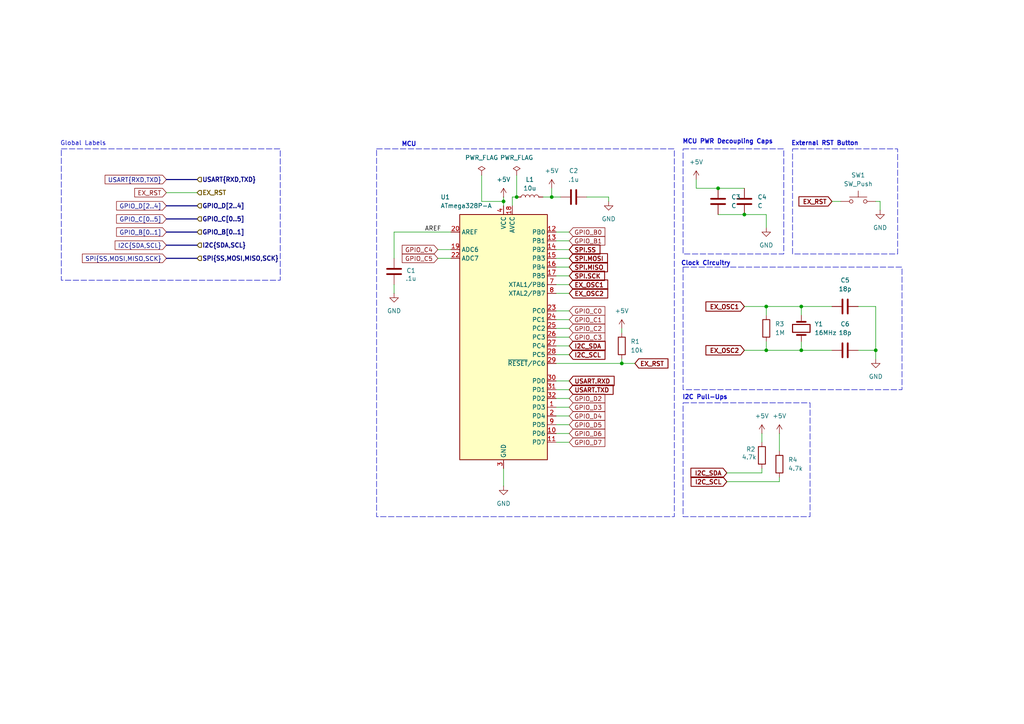
<source format=kicad_sch>
(kicad_sch
	(version 20231120)
	(generator "eeschema")
	(generator_version "8.0")
	(uuid "f89f7226-b2b4-4fdb-9508-64b8ad7328e5")
	(paper "A4")
	(lib_symbols
		(symbol "Device:C"
			(pin_numbers hide)
			(pin_names
				(offset 0.254)
			)
			(exclude_from_sim no)
			(in_bom yes)
			(on_board yes)
			(property "Reference" "C"
				(at 0.635 2.54 0)
				(effects
					(font
						(size 1.27 1.27)
					)
					(justify left)
				)
			)
			(property "Value" "C"
				(at 0.635 -2.54 0)
				(effects
					(font
						(size 1.27 1.27)
					)
					(justify left)
				)
			)
			(property "Footprint" ""
				(at 0.9652 -3.81 0)
				(effects
					(font
						(size 1.27 1.27)
					)
					(hide yes)
				)
			)
			(property "Datasheet" "~"
				(at 0 0 0)
				(effects
					(font
						(size 1.27 1.27)
					)
					(hide yes)
				)
			)
			(property "Description" "Unpolarized capacitor"
				(at 0 0 0)
				(effects
					(font
						(size 1.27 1.27)
					)
					(hide yes)
				)
			)
			(property "ki_keywords" "cap capacitor"
				(at 0 0 0)
				(effects
					(font
						(size 1.27 1.27)
					)
					(hide yes)
				)
			)
			(property "ki_fp_filters" "C_*"
				(at 0 0 0)
				(effects
					(font
						(size 1.27 1.27)
					)
					(hide yes)
				)
			)
			(symbol "C_0_1"
				(polyline
					(pts
						(xy -2.032 -0.762) (xy 2.032 -0.762)
					)
					(stroke
						(width 0.508)
						(type default)
					)
					(fill
						(type none)
					)
				)
				(polyline
					(pts
						(xy -2.032 0.762) (xy 2.032 0.762)
					)
					(stroke
						(width 0.508)
						(type default)
					)
					(fill
						(type none)
					)
				)
			)
			(symbol "C_1_1"
				(pin passive line
					(at 0 3.81 270)
					(length 2.794)
					(name "~"
						(effects
							(font
								(size 1.27 1.27)
							)
						)
					)
					(number "1"
						(effects
							(font
								(size 1.27 1.27)
							)
						)
					)
				)
				(pin passive line
					(at 0 -3.81 90)
					(length 2.794)
					(name "~"
						(effects
							(font
								(size 1.27 1.27)
							)
						)
					)
					(number "2"
						(effects
							(font
								(size 1.27 1.27)
							)
						)
					)
				)
			)
		)
		(symbol "Device:Crystal"
			(pin_numbers hide)
			(pin_names
				(offset 1.016) hide)
			(exclude_from_sim no)
			(in_bom yes)
			(on_board yes)
			(property "Reference" "Y"
				(at 0 3.81 0)
				(effects
					(font
						(size 1.27 1.27)
					)
				)
			)
			(property "Value" "Crystal"
				(at 0 -3.81 0)
				(effects
					(font
						(size 1.27 1.27)
					)
				)
			)
			(property "Footprint" ""
				(at 0 0 0)
				(effects
					(font
						(size 1.27 1.27)
					)
					(hide yes)
				)
			)
			(property "Datasheet" "~"
				(at 0 0 0)
				(effects
					(font
						(size 1.27 1.27)
					)
					(hide yes)
				)
			)
			(property "Description" "Two pin crystal"
				(at 0 0 0)
				(effects
					(font
						(size 1.27 1.27)
					)
					(hide yes)
				)
			)
			(property "ki_keywords" "quartz ceramic resonator oscillator"
				(at 0 0 0)
				(effects
					(font
						(size 1.27 1.27)
					)
					(hide yes)
				)
			)
			(property "ki_fp_filters" "Crystal*"
				(at 0 0 0)
				(effects
					(font
						(size 1.27 1.27)
					)
					(hide yes)
				)
			)
			(symbol "Crystal_0_1"
				(rectangle
					(start -1.143 2.54)
					(end 1.143 -2.54)
					(stroke
						(width 0.3048)
						(type default)
					)
					(fill
						(type none)
					)
				)
				(polyline
					(pts
						(xy -2.54 0) (xy -1.905 0)
					)
					(stroke
						(width 0)
						(type default)
					)
					(fill
						(type none)
					)
				)
				(polyline
					(pts
						(xy -1.905 -1.27) (xy -1.905 1.27)
					)
					(stroke
						(width 0.508)
						(type default)
					)
					(fill
						(type none)
					)
				)
				(polyline
					(pts
						(xy 1.905 -1.27) (xy 1.905 1.27)
					)
					(stroke
						(width 0.508)
						(type default)
					)
					(fill
						(type none)
					)
				)
				(polyline
					(pts
						(xy 2.54 0) (xy 1.905 0)
					)
					(stroke
						(width 0)
						(type default)
					)
					(fill
						(type none)
					)
				)
			)
			(symbol "Crystal_1_1"
				(pin passive line
					(at -3.81 0 0)
					(length 1.27)
					(name "1"
						(effects
							(font
								(size 1.27 1.27)
							)
						)
					)
					(number "1"
						(effects
							(font
								(size 1.27 1.27)
							)
						)
					)
				)
				(pin passive line
					(at 3.81 0 180)
					(length 1.27)
					(name "2"
						(effects
							(font
								(size 1.27 1.27)
							)
						)
					)
					(number "2"
						(effects
							(font
								(size 1.27 1.27)
							)
						)
					)
				)
			)
		)
		(symbol "Device:L"
			(pin_numbers hide)
			(pin_names
				(offset 1.016) hide)
			(exclude_from_sim no)
			(in_bom yes)
			(on_board yes)
			(property "Reference" "L"
				(at -1.27 0 90)
				(effects
					(font
						(size 1.27 1.27)
					)
				)
			)
			(property "Value" "L"
				(at 1.905 0 90)
				(effects
					(font
						(size 1.27 1.27)
					)
				)
			)
			(property "Footprint" ""
				(at 0 0 0)
				(effects
					(font
						(size 1.27 1.27)
					)
					(hide yes)
				)
			)
			(property "Datasheet" "~"
				(at 0 0 0)
				(effects
					(font
						(size 1.27 1.27)
					)
					(hide yes)
				)
			)
			(property "Description" "Inductor"
				(at 0 0 0)
				(effects
					(font
						(size 1.27 1.27)
					)
					(hide yes)
				)
			)
			(property "ki_keywords" "inductor choke coil reactor magnetic"
				(at 0 0 0)
				(effects
					(font
						(size 1.27 1.27)
					)
					(hide yes)
				)
			)
			(property "ki_fp_filters" "Choke_* *Coil* Inductor_* L_*"
				(at 0 0 0)
				(effects
					(font
						(size 1.27 1.27)
					)
					(hide yes)
				)
			)
			(symbol "L_0_1"
				(arc
					(start 0 -2.54)
					(mid 0.6323 -1.905)
					(end 0 -1.27)
					(stroke
						(width 0)
						(type default)
					)
					(fill
						(type none)
					)
				)
				(arc
					(start 0 -1.27)
					(mid 0.6323 -0.635)
					(end 0 0)
					(stroke
						(width 0)
						(type default)
					)
					(fill
						(type none)
					)
				)
				(arc
					(start 0 0)
					(mid 0.6323 0.635)
					(end 0 1.27)
					(stroke
						(width 0)
						(type default)
					)
					(fill
						(type none)
					)
				)
				(arc
					(start 0 1.27)
					(mid 0.6323 1.905)
					(end 0 2.54)
					(stroke
						(width 0)
						(type default)
					)
					(fill
						(type none)
					)
				)
			)
			(symbol "L_1_1"
				(pin passive line
					(at 0 3.81 270)
					(length 1.27)
					(name "1"
						(effects
							(font
								(size 1.27 1.27)
							)
						)
					)
					(number "1"
						(effects
							(font
								(size 1.27 1.27)
							)
						)
					)
				)
				(pin passive line
					(at 0 -3.81 90)
					(length 1.27)
					(name "2"
						(effects
							(font
								(size 1.27 1.27)
							)
						)
					)
					(number "2"
						(effects
							(font
								(size 1.27 1.27)
							)
						)
					)
				)
			)
		)
		(symbol "Device:R"
			(pin_numbers hide)
			(pin_names
				(offset 0)
			)
			(exclude_from_sim no)
			(in_bom yes)
			(on_board yes)
			(property "Reference" "R"
				(at 2.032 0 90)
				(effects
					(font
						(size 1.27 1.27)
					)
				)
			)
			(property "Value" "R"
				(at 0 0 90)
				(effects
					(font
						(size 1.27 1.27)
					)
				)
			)
			(property "Footprint" ""
				(at -1.778 0 90)
				(effects
					(font
						(size 1.27 1.27)
					)
					(hide yes)
				)
			)
			(property "Datasheet" "~"
				(at 0 0 0)
				(effects
					(font
						(size 1.27 1.27)
					)
					(hide yes)
				)
			)
			(property "Description" "Resistor"
				(at 0 0 0)
				(effects
					(font
						(size 1.27 1.27)
					)
					(hide yes)
				)
			)
			(property "ki_keywords" "R res resistor"
				(at 0 0 0)
				(effects
					(font
						(size 1.27 1.27)
					)
					(hide yes)
				)
			)
			(property "ki_fp_filters" "R_*"
				(at 0 0 0)
				(effects
					(font
						(size 1.27 1.27)
					)
					(hide yes)
				)
			)
			(symbol "R_0_1"
				(rectangle
					(start -1.016 -2.54)
					(end 1.016 2.54)
					(stroke
						(width 0.254)
						(type default)
					)
					(fill
						(type none)
					)
				)
			)
			(symbol "R_1_1"
				(pin passive line
					(at 0 3.81 270)
					(length 1.27)
					(name "~"
						(effects
							(font
								(size 1.27 1.27)
							)
						)
					)
					(number "1"
						(effects
							(font
								(size 1.27 1.27)
							)
						)
					)
				)
				(pin passive line
					(at 0 -3.81 90)
					(length 1.27)
					(name "~"
						(effects
							(font
								(size 1.27 1.27)
							)
						)
					)
					(number "2"
						(effects
							(font
								(size 1.27 1.27)
							)
						)
					)
				)
			)
		)
		(symbol "MCU_Microchip_ATmega:ATmega328P-A"
			(exclude_from_sim no)
			(in_bom yes)
			(on_board yes)
			(property "Reference" "U"
				(at -12.7 36.83 0)
				(effects
					(font
						(size 1.27 1.27)
					)
					(justify left bottom)
				)
			)
			(property "Value" "ATmega328P-A"
				(at 2.54 -36.83 0)
				(effects
					(font
						(size 1.27 1.27)
					)
					(justify left top)
				)
			)
			(property "Footprint" "Package_QFP:TQFP-32_7x7mm_P0.8mm"
				(at 0 0 0)
				(effects
					(font
						(size 1.27 1.27)
						(italic yes)
					)
					(hide yes)
				)
			)
			(property "Datasheet" "http://ww1.microchip.com/downloads/en/DeviceDoc/ATmega328_P%20AVR%20MCU%20with%20picoPower%20Technology%20Data%20Sheet%2040001984A.pdf"
				(at 0 0 0)
				(effects
					(font
						(size 1.27 1.27)
					)
					(hide yes)
				)
			)
			(property "Description" "20MHz, 32kB Flash, 2kB SRAM, 1kB EEPROM, TQFP-32"
				(at 0 0 0)
				(effects
					(font
						(size 1.27 1.27)
					)
					(hide yes)
				)
			)
			(property "ki_keywords" "AVR 8bit Microcontroller MegaAVR PicoPower"
				(at 0 0 0)
				(effects
					(font
						(size 1.27 1.27)
					)
					(hide yes)
				)
			)
			(property "ki_fp_filters" "TQFP*7x7mm*P0.8mm*"
				(at 0 0 0)
				(effects
					(font
						(size 1.27 1.27)
					)
					(hide yes)
				)
			)
			(symbol "ATmega328P-A_0_1"
				(rectangle
					(start -12.7 -35.56)
					(end 12.7 35.56)
					(stroke
						(width 0.254)
						(type default)
					)
					(fill
						(type background)
					)
				)
			)
			(symbol "ATmega328P-A_1_1"
				(pin bidirectional line
					(at 15.24 -20.32 180)
					(length 2.54)
					(name "PD3"
						(effects
							(font
								(size 1.27 1.27)
							)
						)
					)
					(number "1"
						(effects
							(font
								(size 1.27 1.27)
							)
						)
					)
				)
				(pin bidirectional line
					(at 15.24 -27.94 180)
					(length 2.54)
					(name "PD6"
						(effects
							(font
								(size 1.27 1.27)
							)
						)
					)
					(number "10"
						(effects
							(font
								(size 1.27 1.27)
							)
						)
					)
				)
				(pin bidirectional line
					(at 15.24 -30.48 180)
					(length 2.54)
					(name "PD7"
						(effects
							(font
								(size 1.27 1.27)
							)
						)
					)
					(number "11"
						(effects
							(font
								(size 1.27 1.27)
							)
						)
					)
				)
				(pin bidirectional line
					(at 15.24 30.48 180)
					(length 2.54)
					(name "PB0"
						(effects
							(font
								(size 1.27 1.27)
							)
						)
					)
					(number "12"
						(effects
							(font
								(size 1.27 1.27)
							)
						)
					)
				)
				(pin bidirectional line
					(at 15.24 27.94 180)
					(length 2.54)
					(name "PB1"
						(effects
							(font
								(size 1.27 1.27)
							)
						)
					)
					(number "13"
						(effects
							(font
								(size 1.27 1.27)
							)
						)
					)
				)
				(pin bidirectional line
					(at 15.24 25.4 180)
					(length 2.54)
					(name "PB2"
						(effects
							(font
								(size 1.27 1.27)
							)
						)
					)
					(number "14"
						(effects
							(font
								(size 1.27 1.27)
							)
						)
					)
				)
				(pin bidirectional line
					(at 15.24 22.86 180)
					(length 2.54)
					(name "PB3"
						(effects
							(font
								(size 1.27 1.27)
							)
						)
					)
					(number "15"
						(effects
							(font
								(size 1.27 1.27)
							)
						)
					)
				)
				(pin bidirectional line
					(at 15.24 20.32 180)
					(length 2.54)
					(name "PB4"
						(effects
							(font
								(size 1.27 1.27)
							)
						)
					)
					(number "16"
						(effects
							(font
								(size 1.27 1.27)
							)
						)
					)
				)
				(pin bidirectional line
					(at 15.24 17.78 180)
					(length 2.54)
					(name "PB5"
						(effects
							(font
								(size 1.27 1.27)
							)
						)
					)
					(number "17"
						(effects
							(font
								(size 1.27 1.27)
							)
						)
					)
				)
				(pin power_in line
					(at 2.54 38.1 270)
					(length 2.54)
					(name "AVCC"
						(effects
							(font
								(size 1.27 1.27)
							)
						)
					)
					(number "18"
						(effects
							(font
								(size 1.27 1.27)
							)
						)
					)
				)
				(pin input line
					(at -15.24 25.4 0)
					(length 2.54)
					(name "ADC6"
						(effects
							(font
								(size 1.27 1.27)
							)
						)
					)
					(number "19"
						(effects
							(font
								(size 1.27 1.27)
							)
						)
					)
				)
				(pin bidirectional line
					(at 15.24 -22.86 180)
					(length 2.54)
					(name "PD4"
						(effects
							(font
								(size 1.27 1.27)
							)
						)
					)
					(number "2"
						(effects
							(font
								(size 1.27 1.27)
							)
						)
					)
				)
				(pin passive line
					(at -15.24 30.48 0)
					(length 2.54)
					(name "AREF"
						(effects
							(font
								(size 1.27 1.27)
							)
						)
					)
					(number "20"
						(effects
							(font
								(size 1.27 1.27)
							)
						)
					)
				)
				(pin passive line
					(at 0 -38.1 90)
					(length 2.54) hide
					(name "GND"
						(effects
							(font
								(size 1.27 1.27)
							)
						)
					)
					(number "21"
						(effects
							(font
								(size 1.27 1.27)
							)
						)
					)
				)
				(pin input line
					(at -15.24 22.86 0)
					(length 2.54)
					(name "ADC7"
						(effects
							(font
								(size 1.27 1.27)
							)
						)
					)
					(number "22"
						(effects
							(font
								(size 1.27 1.27)
							)
						)
					)
				)
				(pin bidirectional line
					(at 15.24 7.62 180)
					(length 2.54)
					(name "PC0"
						(effects
							(font
								(size 1.27 1.27)
							)
						)
					)
					(number "23"
						(effects
							(font
								(size 1.27 1.27)
							)
						)
					)
				)
				(pin bidirectional line
					(at 15.24 5.08 180)
					(length 2.54)
					(name "PC1"
						(effects
							(font
								(size 1.27 1.27)
							)
						)
					)
					(number "24"
						(effects
							(font
								(size 1.27 1.27)
							)
						)
					)
				)
				(pin bidirectional line
					(at 15.24 2.54 180)
					(length 2.54)
					(name "PC2"
						(effects
							(font
								(size 1.27 1.27)
							)
						)
					)
					(number "25"
						(effects
							(font
								(size 1.27 1.27)
							)
						)
					)
				)
				(pin bidirectional line
					(at 15.24 0 180)
					(length 2.54)
					(name "PC3"
						(effects
							(font
								(size 1.27 1.27)
							)
						)
					)
					(number "26"
						(effects
							(font
								(size 1.27 1.27)
							)
						)
					)
				)
				(pin bidirectional line
					(at 15.24 -2.54 180)
					(length 2.54)
					(name "PC4"
						(effects
							(font
								(size 1.27 1.27)
							)
						)
					)
					(number "27"
						(effects
							(font
								(size 1.27 1.27)
							)
						)
					)
				)
				(pin bidirectional line
					(at 15.24 -5.08 180)
					(length 2.54)
					(name "PC5"
						(effects
							(font
								(size 1.27 1.27)
							)
						)
					)
					(number "28"
						(effects
							(font
								(size 1.27 1.27)
							)
						)
					)
				)
				(pin bidirectional line
					(at 15.24 -7.62 180)
					(length 2.54)
					(name "~{RESET}/PC6"
						(effects
							(font
								(size 1.27 1.27)
							)
						)
					)
					(number "29"
						(effects
							(font
								(size 1.27 1.27)
							)
						)
					)
				)
				(pin power_in line
					(at 0 -38.1 90)
					(length 2.54)
					(name "GND"
						(effects
							(font
								(size 1.27 1.27)
							)
						)
					)
					(number "3"
						(effects
							(font
								(size 1.27 1.27)
							)
						)
					)
				)
				(pin bidirectional line
					(at 15.24 -12.7 180)
					(length 2.54)
					(name "PD0"
						(effects
							(font
								(size 1.27 1.27)
							)
						)
					)
					(number "30"
						(effects
							(font
								(size 1.27 1.27)
							)
						)
					)
				)
				(pin bidirectional line
					(at 15.24 -15.24 180)
					(length 2.54)
					(name "PD1"
						(effects
							(font
								(size 1.27 1.27)
							)
						)
					)
					(number "31"
						(effects
							(font
								(size 1.27 1.27)
							)
						)
					)
				)
				(pin bidirectional line
					(at 15.24 -17.78 180)
					(length 2.54)
					(name "PD2"
						(effects
							(font
								(size 1.27 1.27)
							)
						)
					)
					(number "32"
						(effects
							(font
								(size 1.27 1.27)
							)
						)
					)
				)
				(pin power_in line
					(at 0 38.1 270)
					(length 2.54)
					(name "VCC"
						(effects
							(font
								(size 1.27 1.27)
							)
						)
					)
					(number "4"
						(effects
							(font
								(size 1.27 1.27)
							)
						)
					)
				)
				(pin passive line
					(at 0 -38.1 90)
					(length 2.54) hide
					(name "GND"
						(effects
							(font
								(size 1.27 1.27)
							)
						)
					)
					(number "5"
						(effects
							(font
								(size 1.27 1.27)
							)
						)
					)
				)
				(pin passive line
					(at 0 38.1 270)
					(length 2.54) hide
					(name "VCC"
						(effects
							(font
								(size 1.27 1.27)
							)
						)
					)
					(number "6"
						(effects
							(font
								(size 1.27 1.27)
							)
						)
					)
				)
				(pin bidirectional line
					(at 15.24 15.24 180)
					(length 2.54)
					(name "XTAL1/PB6"
						(effects
							(font
								(size 1.27 1.27)
							)
						)
					)
					(number "7"
						(effects
							(font
								(size 1.27 1.27)
							)
						)
					)
				)
				(pin bidirectional line
					(at 15.24 12.7 180)
					(length 2.54)
					(name "XTAL2/PB7"
						(effects
							(font
								(size 1.27 1.27)
							)
						)
					)
					(number "8"
						(effects
							(font
								(size 1.27 1.27)
							)
						)
					)
				)
				(pin bidirectional line
					(at 15.24 -25.4 180)
					(length 2.54)
					(name "PD5"
						(effects
							(font
								(size 1.27 1.27)
							)
						)
					)
					(number "9"
						(effects
							(font
								(size 1.27 1.27)
							)
						)
					)
				)
			)
		)
		(symbol "Switch:SW_Push"
			(pin_numbers hide)
			(pin_names
				(offset 1.016) hide)
			(exclude_from_sim no)
			(in_bom yes)
			(on_board yes)
			(property "Reference" "SW"
				(at 1.27 2.54 0)
				(effects
					(font
						(size 1.27 1.27)
					)
					(justify left)
				)
			)
			(property "Value" "SW_Push"
				(at 0 -1.524 0)
				(effects
					(font
						(size 1.27 1.27)
					)
				)
			)
			(property "Footprint" ""
				(at 0 5.08 0)
				(effects
					(font
						(size 1.27 1.27)
					)
					(hide yes)
				)
			)
			(property "Datasheet" "~"
				(at 0 5.08 0)
				(effects
					(font
						(size 1.27 1.27)
					)
					(hide yes)
				)
			)
			(property "Description" "Push button switch, generic, two pins"
				(at 0 0 0)
				(effects
					(font
						(size 1.27 1.27)
					)
					(hide yes)
				)
			)
			(property "ki_keywords" "switch normally-open pushbutton push-button"
				(at 0 0 0)
				(effects
					(font
						(size 1.27 1.27)
					)
					(hide yes)
				)
			)
			(symbol "SW_Push_0_1"
				(circle
					(center -2.032 0)
					(radius 0.508)
					(stroke
						(width 0)
						(type default)
					)
					(fill
						(type none)
					)
				)
				(polyline
					(pts
						(xy 0 1.27) (xy 0 3.048)
					)
					(stroke
						(width 0)
						(type default)
					)
					(fill
						(type none)
					)
				)
				(polyline
					(pts
						(xy 2.54 1.27) (xy -2.54 1.27)
					)
					(stroke
						(width 0)
						(type default)
					)
					(fill
						(type none)
					)
				)
				(circle
					(center 2.032 0)
					(radius 0.508)
					(stroke
						(width 0)
						(type default)
					)
					(fill
						(type none)
					)
				)
				(pin passive line
					(at -5.08 0 0)
					(length 2.54)
					(name "1"
						(effects
							(font
								(size 1.27 1.27)
							)
						)
					)
					(number "1"
						(effects
							(font
								(size 1.27 1.27)
							)
						)
					)
				)
				(pin passive line
					(at 5.08 0 180)
					(length 2.54)
					(name "2"
						(effects
							(font
								(size 1.27 1.27)
							)
						)
					)
					(number "2"
						(effects
							(font
								(size 1.27 1.27)
							)
						)
					)
				)
			)
		)
		(symbol "power:+5V"
			(power)
			(pin_numbers hide)
			(pin_names
				(offset 0) hide)
			(exclude_from_sim no)
			(in_bom yes)
			(on_board yes)
			(property "Reference" "#PWR"
				(at 0 -3.81 0)
				(effects
					(font
						(size 1.27 1.27)
					)
					(hide yes)
				)
			)
			(property "Value" "+5V"
				(at 0 3.556 0)
				(effects
					(font
						(size 1.27 1.27)
					)
				)
			)
			(property "Footprint" ""
				(at 0 0 0)
				(effects
					(font
						(size 1.27 1.27)
					)
					(hide yes)
				)
			)
			(property "Datasheet" ""
				(at 0 0 0)
				(effects
					(font
						(size 1.27 1.27)
					)
					(hide yes)
				)
			)
			(property "Description" "Power symbol creates a global label with name \"+5V\""
				(at 0 0 0)
				(effects
					(font
						(size 1.27 1.27)
					)
					(hide yes)
				)
			)
			(property "ki_keywords" "global power"
				(at 0 0 0)
				(effects
					(font
						(size 1.27 1.27)
					)
					(hide yes)
				)
			)
			(symbol "+5V_0_1"
				(polyline
					(pts
						(xy -0.762 1.27) (xy 0 2.54)
					)
					(stroke
						(width 0)
						(type default)
					)
					(fill
						(type none)
					)
				)
				(polyline
					(pts
						(xy 0 0) (xy 0 2.54)
					)
					(stroke
						(width 0)
						(type default)
					)
					(fill
						(type none)
					)
				)
				(polyline
					(pts
						(xy 0 2.54) (xy 0.762 1.27)
					)
					(stroke
						(width 0)
						(type default)
					)
					(fill
						(type none)
					)
				)
			)
			(symbol "+5V_1_1"
				(pin power_in line
					(at 0 0 90)
					(length 0)
					(name "~"
						(effects
							(font
								(size 1.27 1.27)
							)
						)
					)
					(number "1"
						(effects
							(font
								(size 1.27 1.27)
							)
						)
					)
				)
			)
		)
		(symbol "power:GND"
			(power)
			(pin_numbers hide)
			(pin_names
				(offset 0) hide)
			(exclude_from_sim no)
			(in_bom yes)
			(on_board yes)
			(property "Reference" "#PWR"
				(at 0 -6.35 0)
				(effects
					(font
						(size 1.27 1.27)
					)
					(hide yes)
				)
			)
			(property "Value" "GND"
				(at 0 -3.81 0)
				(effects
					(font
						(size 1.27 1.27)
					)
				)
			)
			(property "Footprint" ""
				(at 0 0 0)
				(effects
					(font
						(size 1.27 1.27)
					)
					(hide yes)
				)
			)
			(property "Datasheet" ""
				(at 0 0 0)
				(effects
					(font
						(size 1.27 1.27)
					)
					(hide yes)
				)
			)
			(property "Description" "Power symbol creates a global label with name \"GND\" , ground"
				(at 0 0 0)
				(effects
					(font
						(size 1.27 1.27)
					)
					(hide yes)
				)
			)
			(property "ki_keywords" "global power"
				(at 0 0 0)
				(effects
					(font
						(size 1.27 1.27)
					)
					(hide yes)
				)
			)
			(symbol "GND_0_1"
				(polyline
					(pts
						(xy 0 0) (xy 0 -1.27) (xy 1.27 -1.27) (xy 0 -2.54) (xy -1.27 -1.27) (xy 0 -1.27)
					)
					(stroke
						(width 0)
						(type default)
					)
					(fill
						(type none)
					)
				)
			)
			(symbol "GND_1_1"
				(pin power_in line
					(at 0 0 270)
					(length 0)
					(name "~"
						(effects
							(font
								(size 1.27 1.27)
							)
						)
					)
					(number "1"
						(effects
							(font
								(size 1.27 1.27)
							)
						)
					)
				)
			)
		)
		(symbol "power:PWR_FLAG"
			(power)
			(pin_numbers hide)
			(pin_names
				(offset 0) hide)
			(exclude_from_sim no)
			(in_bom yes)
			(on_board yes)
			(property "Reference" "#FLG"
				(at 0 1.905 0)
				(effects
					(font
						(size 1.27 1.27)
					)
					(hide yes)
				)
			)
			(property "Value" "PWR_FLAG"
				(at 0 3.81 0)
				(effects
					(font
						(size 1.27 1.27)
					)
				)
			)
			(property "Footprint" ""
				(at 0 0 0)
				(effects
					(font
						(size 1.27 1.27)
					)
					(hide yes)
				)
			)
			(property "Datasheet" "~"
				(at 0 0 0)
				(effects
					(font
						(size 1.27 1.27)
					)
					(hide yes)
				)
			)
			(property "Description" "Special symbol for telling ERC where power comes from"
				(at 0 0 0)
				(effects
					(font
						(size 1.27 1.27)
					)
					(hide yes)
				)
			)
			(property "ki_keywords" "flag power"
				(at 0 0 0)
				(effects
					(font
						(size 1.27 1.27)
					)
					(hide yes)
				)
			)
			(symbol "PWR_FLAG_0_0"
				(pin power_out line
					(at 0 0 90)
					(length 0)
					(name "~"
						(effects
							(font
								(size 1.27 1.27)
							)
						)
					)
					(number "1"
						(effects
							(font
								(size 1.27 1.27)
							)
						)
					)
				)
			)
			(symbol "PWR_FLAG_0_1"
				(polyline
					(pts
						(xy 0 0) (xy 0 1.27) (xy -1.016 1.905) (xy 0 2.54) (xy 1.016 1.905) (xy 0 1.27)
					)
					(stroke
						(width 0)
						(type default)
					)
					(fill
						(type none)
					)
				)
			)
		)
	)
	(junction
		(at 215.9 62.23)
		(diameter 0)
		(color 0 0 0 0)
		(uuid "4eb8d05b-4cfd-4d6d-8096-0cdaca8a9aca")
	)
	(junction
		(at 149.86 57.15)
		(diameter 0)
		(color 0 0 0 0)
		(uuid "5777cbf0-6123-4be1-8bc0-8bb14a7363a9")
	)
	(junction
		(at 222.25 101.6)
		(diameter 0)
		(color 0 0 0 0)
		(uuid "5886025c-2c2a-432e-92b3-2e0a91afc773")
	)
	(junction
		(at 232.41 88.9)
		(diameter 0)
		(color 0 0 0 0)
		(uuid "5ac1f6e6-9519-4cde-8ae6-e39ba2b7fb0c")
	)
	(junction
		(at 180.34 105.41)
		(diameter 0)
		(color 0 0 0 0)
		(uuid "77700351-f0d9-40bd-959f-e41ea7fa150c")
	)
	(junction
		(at 232.41 101.6)
		(diameter 0)
		(color 0 0 0 0)
		(uuid "799a9016-aba1-4e48-a0d7-4f8c15b1ecaa")
	)
	(junction
		(at 160.02 57.15)
		(diameter 0)
		(color 0 0 0 0)
		(uuid "7fb54be3-8297-4ea6-b49b-4f285b621f5e")
	)
	(junction
		(at 208.28 54.61)
		(diameter 0)
		(color 0 0 0 0)
		(uuid "80b96114-0871-4441-994e-23f6634d9ee6")
	)
	(junction
		(at 222.25 88.9)
		(diameter 0)
		(color 0 0 0 0)
		(uuid "851231f6-766b-4549-9340-38000d6b9b63")
	)
	(junction
		(at 146.05 58.42)
		(diameter 0)
		(color 0 0 0 0)
		(uuid "86a1f126-19c1-420d-ab2b-07d423003d40")
	)
	(junction
		(at 254 101.6)
		(diameter 0)
		(color 0 0 0 0)
		(uuid "d5cc3ff5-a85f-4f74-8611-1e6518f613d6")
	)
	(wire
		(pts
			(xy 254 101.6) (xy 254 104.14)
		)
		(stroke
			(width 0)
			(type default)
		)
		(uuid "01e9f068-130c-4d21-9a29-ec4f81c197ed")
	)
	(wire
		(pts
			(xy 176.53 57.15) (xy 176.53 58.42)
		)
		(stroke
			(width 0)
			(type default)
		)
		(uuid "055c9d6f-990f-4c3f-86dd-6624dc64b37a")
	)
	(wire
		(pts
			(xy 149.86 50.8) (xy 149.86 57.15)
		)
		(stroke
			(width 0)
			(type default)
		)
		(uuid "12b34a83-ba5a-4912-abcf-a4653c3396be")
	)
	(wire
		(pts
			(xy 248.92 88.9) (xy 254 88.9)
		)
		(stroke
			(width 0)
			(type default)
		)
		(uuid "1bd88278-985f-4794-8152-74fdeb75f33e")
	)
	(bus
		(pts
			(xy 48.26 71.12) (xy 57.15 71.12)
		)
		(stroke
			(width 0)
			(type default)
		)
		(uuid "1cba4008-81e8-4388-bd00-5f37b84f43fd")
	)
	(wire
		(pts
			(xy 220.98 125.73) (xy 220.98 128.27)
		)
		(stroke
			(width 0)
			(type default)
		)
		(uuid "1f342e21-cb88-4b37-a85d-244a649ca90a")
	)
	(wire
		(pts
			(xy 215.9 62.23) (xy 222.25 62.23)
		)
		(stroke
			(width 0)
			(type default)
		)
		(uuid "212d91d1-7ee3-4436-9c88-02275976d858")
	)
	(wire
		(pts
			(xy 148.59 57.15) (xy 149.86 57.15)
		)
		(stroke
			(width 0)
			(type default)
		)
		(uuid "24ed37d1-d461-44ef-9d5a-1d54f14c7872")
	)
	(wire
		(pts
			(xy 161.29 118.11) (xy 165.1 118.11)
		)
		(stroke
			(width 0)
			(type default)
		)
		(uuid "2738d51e-8eae-4a99-bf98-0ca5dbee2e80")
	)
	(wire
		(pts
			(xy 210.82 139.7) (xy 226.06 139.7)
		)
		(stroke
			(width 0)
			(type default)
		)
		(uuid "27cbae7b-37ec-430e-b9e4-e3c29dc991a8")
	)
	(wire
		(pts
			(xy 130.81 67.31) (xy 114.3 67.31)
		)
		(stroke
			(width 0)
			(type default)
		)
		(uuid "29638988-3f8b-47ec-af93-d48a35f62f61")
	)
	(wire
		(pts
			(xy 161.29 85.09) (xy 165.1 85.09)
		)
		(stroke
			(width 0)
			(type default)
		)
		(uuid "2b32cd2f-538d-4862-bbb7-cfdcbdf4d952")
	)
	(wire
		(pts
			(xy 215.9 101.6) (xy 222.25 101.6)
		)
		(stroke
			(width 0)
			(type default)
		)
		(uuid "2da7eee5-756e-41c4-97e6-1e72ce7747be")
	)
	(wire
		(pts
			(xy 222.25 99.06) (xy 222.25 101.6)
		)
		(stroke
			(width 0)
			(type default)
		)
		(uuid "2e652266-3f91-497b-aabb-3c22c86e6b88")
	)
	(wire
		(pts
			(xy 146.05 135.89) (xy 146.05 140.97)
		)
		(stroke
			(width 0)
			(type default)
		)
		(uuid "2fa35c6b-f9ff-4e8b-8103-da6ab743d1e8")
	)
	(bus
		(pts
			(xy 48.26 67.31) (xy 57.15 67.31)
		)
		(stroke
			(width 0)
			(type default)
		)
		(uuid "306378ae-758f-4f22-9ce6-6350f0fe0db8")
	)
	(wire
		(pts
			(xy 157.48 57.15) (xy 160.02 57.15)
		)
		(stroke
			(width 0)
			(type default)
		)
		(uuid "3640280a-0a1b-4e87-aaf7-26cde2fb3a26")
	)
	(wire
		(pts
			(xy 161.29 77.47) (xy 165.1 77.47)
		)
		(stroke
			(width 0)
			(type default)
		)
		(uuid "3a015a00-feb4-4198-bf75-c636def2814f")
	)
	(wire
		(pts
			(xy 161.29 95.25) (xy 165.1 95.25)
		)
		(stroke
			(width 0)
			(type default)
		)
		(uuid "3ce1ce00-9444-4cdf-93e4-bc9d8ed643c7")
	)
	(wire
		(pts
			(xy 161.29 128.27) (xy 165.1 128.27)
		)
		(stroke
			(width 0)
			(type default)
		)
		(uuid "3cf84df8-202a-4754-9ccc-fc9ba891e1ae")
	)
	(wire
		(pts
			(xy 146.05 58.42) (xy 146.05 59.69)
		)
		(stroke
			(width 0)
			(type default)
		)
		(uuid "3f4b6141-19e6-4caf-9ce6-4d5544a3dc14")
	)
	(wire
		(pts
			(xy 222.25 66.04) (xy 222.25 62.23)
		)
		(stroke
			(width 0)
			(type default)
		)
		(uuid "42c28e32-89a3-4b34-93d6-31990a3e448b")
	)
	(wire
		(pts
			(xy 161.29 74.93) (xy 165.1 74.93)
		)
		(stroke
			(width 0)
			(type default)
		)
		(uuid "437049e1-fa3f-4a2e-94bd-6259daaab61a")
	)
	(wire
		(pts
			(xy 180.34 105.41) (xy 184.15 105.41)
		)
		(stroke
			(width 0)
			(type default)
		)
		(uuid "444853d8-8e18-4088-8ef9-299d966d7ba1")
	)
	(wire
		(pts
			(xy 201.93 52.07) (xy 201.93 54.61)
		)
		(stroke
			(width 0)
			(type default)
		)
		(uuid "47a85cd2-9713-4c17-943c-6a1f8fb0aad3")
	)
	(wire
		(pts
			(xy 161.29 123.19) (xy 165.1 123.19)
		)
		(stroke
			(width 0)
			(type default)
		)
		(uuid "48307f09-0c76-43c8-967c-fd05478d4ea8")
	)
	(wire
		(pts
			(xy 160.02 57.15) (xy 162.56 57.15)
		)
		(stroke
			(width 0)
			(type default)
		)
		(uuid "4abdd6f0-5741-4af3-ade4-ab4b6901be01")
	)
	(bus
		(pts
			(xy 48.26 52.07) (xy 57.15 52.07)
		)
		(stroke
			(width 0)
			(type default)
		)
		(uuid "4ba14044-7a59-45b9-8a41-664d3da82af0")
	)
	(wire
		(pts
			(xy 170.18 57.15) (xy 176.53 57.15)
		)
		(stroke
			(width 0)
			(type default)
		)
		(uuid "50c9d683-cc50-4f23-a4f8-b4ee2aeb528c")
	)
	(wire
		(pts
			(xy 180.34 104.14) (xy 180.34 105.41)
		)
		(stroke
			(width 0)
			(type default)
		)
		(uuid "5949e5f0-ccf7-409d-ae0e-196149f04e10")
	)
	(wire
		(pts
			(xy 232.41 101.6) (xy 241.3 101.6)
		)
		(stroke
			(width 0)
			(type default)
		)
		(uuid "5a7eba55-1658-4bdc-b05b-49e447d06bb2")
	)
	(bus
		(pts
			(xy 48.26 63.5) (xy 57.15 63.5)
		)
		(stroke
			(width 0)
			(type default)
		)
		(uuid "5b04da7e-0725-4435-bbde-2a0338d19a21")
	)
	(wire
		(pts
			(xy 161.29 72.39) (xy 165.1 72.39)
		)
		(stroke
			(width 0)
			(type default)
		)
		(uuid "5dd5a712-a29c-4cee-979f-076645a0a3fa")
	)
	(wire
		(pts
			(xy 161.29 97.79) (xy 165.1 97.79)
		)
		(stroke
			(width 0)
			(type default)
		)
		(uuid "637ab9ff-49ed-4b21-a3b6-9eb61e9d3b10")
	)
	(wire
		(pts
			(xy 139.7 50.8) (xy 139.7 58.42)
		)
		(stroke
			(width 0)
			(type default)
		)
		(uuid "67835d80-ef3e-408f-8692-0a1e1118a568")
	)
	(wire
		(pts
			(xy 114.3 82.55) (xy 114.3 85.09)
		)
		(stroke
			(width 0)
			(type default)
		)
		(uuid "6afd89a2-4be6-4770-b849-9a7e208dd422")
	)
	(wire
		(pts
			(xy 161.29 113.03) (xy 165.1 113.03)
		)
		(stroke
			(width 0)
			(type default)
		)
		(uuid "6b83e849-e865-4a51-afec-68c7213ce886")
	)
	(wire
		(pts
			(xy 114.3 67.31) (xy 114.3 74.93)
		)
		(stroke
			(width 0)
			(type default)
		)
		(uuid "6c6efd16-797f-428c-bf34-5d74ccaefc55")
	)
	(wire
		(pts
			(xy 161.29 125.73) (xy 165.1 125.73)
		)
		(stroke
			(width 0)
			(type default)
		)
		(uuid "6dc1b6ed-d487-4c44-935a-f4d9f548a446")
	)
	(wire
		(pts
			(xy 127 74.93) (xy 130.81 74.93)
		)
		(stroke
			(width 0)
			(type default)
		)
		(uuid "761ffbaf-e18d-4c38-92cf-abe4fad2f48b")
	)
	(wire
		(pts
			(xy 232.41 88.9) (xy 232.41 91.44)
		)
		(stroke
			(width 0)
			(type default)
		)
		(uuid "76f90bbb-551e-4d22-ba51-dd0bb1a6eddf")
	)
	(wire
		(pts
			(xy 160.02 54.61) (xy 160.02 57.15)
		)
		(stroke
			(width 0)
			(type default)
		)
		(uuid "773f4135-e853-4d31-9202-96cafac32e5a")
	)
	(wire
		(pts
			(xy 222.25 88.9) (xy 222.25 91.44)
		)
		(stroke
			(width 0)
			(type default)
		)
		(uuid "7822faff-41ad-4691-88f5-fd29499a55ff")
	)
	(bus
		(pts
			(xy 48.26 74.93) (xy 57.15 74.93)
		)
		(stroke
			(width 0)
			(type default)
		)
		(uuid "79367fa0-0e45-4fa3-9c8b-2f29b1625e41")
	)
	(wire
		(pts
			(xy 232.41 88.9) (xy 241.3 88.9)
		)
		(stroke
			(width 0)
			(type default)
		)
		(uuid "7eb11bbe-b1de-43c2-9426-4cc30579e557")
	)
	(wire
		(pts
			(xy 161.29 115.57) (xy 165.1 115.57)
		)
		(stroke
			(width 0)
			(type default)
		)
		(uuid "837f7b23-561e-431f-a52a-1a025e6d334c")
	)
	(wire
		(pts
			(xy 255.27 58.42) (xy 255.27 60.96)
		)
		(stroke
			(width 0)
			(type default)
		)
		(uuid "840d39ab-09f6-4c26-a7f9-b1bd417dea5b")
	)
	(wire
		(pts
			(xy 222.25 88.9) (xy 232.41 88.9)
		)
		(stroke
			(width 0)
			(type default)
		)
		(uuid "859345ea-5a5a-46cc-a574-8f6e7355a3db")
	)
	(wire
		(pts
			(xy 48.26 55.88) (xy 57.15 55.88)
		)
		(stroke
			(width 0)
			(type default)
		)
		(uuid "8f208d13-f65f-4f10-bad7-91cb80ef57f4")
	)
	(wire
		(pts
			(xy 226.06 138.43) (xy 226.06 139.7)
		)
		(stroke
			(width 0)
			(type default)
		)
		(uuid "9356d222-e2b2-423f-83c6-a26ae2bd853b")
	)
	(wire
		(pts
			(xy 161.29 120.65) (xy 165.1 120.65)
		)
		(stroke
			(width 0)
			(type default)
		)
		(uuid "94c8417b-6eab-4f09-b6d6-e1437f4a24a5")
	)
	(wire
		(pts
			(xy 161.29 102.87) (xy 165.1 102.87)
		)
		(stroke
			(width 0)
			(type default)
		)
		(uuid "95e37d34-9873-446b-9a0d-7295247670ce")
	)
	(wire
		(pts
			(xy 161.29 100.33) (xy 165.1 100.33)
		)
		(stroke
			(width 0)
			(type default)
		)
		(uuid "987699d0-0e34-4877-af3b-8ff596b49a89")
	)
	(wire
		(pts
			(xy 215.9 88.9) (xy 222.25 88.9)
		)
		(stroke
			(width 0)
			(type default)
		)
		(uuid "9c35422b-17a9-4f49-8f6a-6c56f26fd0cc")
	)
	(wire
		(pts
			(xy 139.7 58.42) (xy 146.05 58.42)
		)
		(stroke
			(width 0)
			(type default)
		)
		(uuid "9dcc25fe-8661-4624-823d-c69153bfd1d9")
	)
	(wire
		(pts
			(xy 146.05 57.15) (xy 146.05 58.42)
		)
		(stroke
			(width 0)
			(type default)
		)
		(uuid "9ecb700b-073c-4dbc-bf96-58c5e45b840c")
	)
	(wire
		(pts
			(xy 161.29 90.17) (xy 165.1 90.17)
		)
		(stroke
			(width 0)
			(type default)
		)
		(uuid "a36068a5-02e5-443f-9e8c-1057526faae0")
	)
	(wire
		(pts
			(xy 208.28 54.61) (xy 215.9 54.61)
		)
		(stroke
			(width 0)
			(type default)
		)
		(uuid "b07e9064-c03c-4272-be70-4007ba9f8489")
	)
	(wire
		(pts
			(xy 210.82 137.16) (xy 220.98 137.16)
		)
		(stroke
			(width 0)
			(type default)
		)
		(uuid "b30ba73b-f4b2-401f-a116-ada52f8a5162")
	)
	(wire
		(pts
			(xy 180.34 95.25) (xy 180.34 96.52)
		)
		(stroke
			(width 0)
			(type default)
		)
		(uuid "b38265b9-be8c-4756-98bb-948fb1e0ec0f")
	)
	(bus
		(pts
			(xy 48.26 59.69) (xy 57.15 59.69)
		)
		(stroke
			(width 0)
			(type default)
		)
		(uuid "b4f58e9a-b165-4213-8934-642bb611692e")
	)
	(wire
		(pts
			(xy 161.29 80.01) (xy 165.1 80.01)
		)
		(stroke
			(width 0)
			(type default)
		)
		(uuid "c6acd4ed-4819-4e91-89ae-9e8becbeb7bd")
	)
	(wire
		(pts
			(xy 148.59 59.69) (xy 148.59 57.15)
		)
		(stroke
			(width 0)
			(type default)
		)
		(uuid "c9515109-efa9-4701-a01a-dcf0dce461cb")
	)
	(wire
		(pts
			(xy 161.29 105.41) (xy 180.34 105.41)
		)
		(stroke
			(width 0)
			(type default)
		)
		(uuid "c9e9bf34-d15b-4397-87de-9157cdf2ce20")
	)
	(wire
		(pts
			(xy 220.98 135.89) (xy 220.98 137.16)
		)
		(stroke
			(width 0)
			(type default)
		)
		(uuid "ca1ed0db-a166-4f57-9d64-407f126faa66")
	)
	(wire
		(pts
			(xy 226.06 125.73) (xy 226.06 130.81)
		)
		(stroke
			(width 0)
			(type default)
		)
		(uuid "cbc4aee0-374d-4534-8bf5-fd87337e07bf")
	)
	(wire
		(pts
			(xy 161.29 92.71) (xy 165.1 92.71)
		)
		(stroke
			(width 0)
			(type default)
		)
		(uuid "ce6c9ca5-c164-4842-92be-ae02946851ba")
	)
	(wire
		(pts
			(xy 208.28 62.23) (xy 215.9 62.23)
		)
		(stroke
			(width 0)
			(type default)
		)
		(uuid "cf3e2333-913c-49c1-b668-336ac11a87a0")
	)
	(wire
		(pts
			(xy 161.29 69.85) (xy 165.1 69.85)
		)
		(stroke
			(width 0)
			(type default)
		)
		(uuid "cff7fe79-fb52-4390-9d71-3f55707980c2")
	)
	(wire
		(pts
			(xy 201.93 54.61) (xy 208.28 54.61)
		)
		(stroke
			(width 0)
			(type default)
		)
		(uuid "d19accdb-1a65-42b9-9ea6-fce839b6a561")
	)
	(wire
		(pts
			(xy 248.92 101.6) (xy 254 101.6)
		)
		(stroke
			(width 0)
			(type default)
		)
		(uuid "d63c6e2b-73f8-4f5f-b1e3-615a00a61415")
	)
	(wire
		(pts
			(xy 222.25 101.6) (xy 232.41 101.6)
		)
		(stroke
			(width 0)
			(type default)
		)
		(uuid "d816ba5f-9092-4eba-93a6-d3e51243d101")
	)
	(wire
		(pts
			(xy 161.29 110.49) (xy 165.1 110.49)
		)
		(stroke
			(width 0)
			(type default)
		)
		(uuid "dac4c86a-dee7-4feb-b538-b15d1b972c72")
	)
	(wire
		(pts
			(xy 241.3 58.42) (xy 243.84 58.42)
		)
		(stroke
			(width 0)
			(type default)
		)
		(uuid "dc888a46-70cf-40ec-9095-5b9983a760fe")
	)
	(wire
		(pts
			(xy 161.29 82.55) (xy 165.1 82.55)
		)
		(stroke
			(width 0)
			(type default)
		)
		(uuid "e2463187-1a51-47ee-b702-9539279931b9")
	)
	(wire
		(pts
			(xy 232.41 99.06) (xy 232.41 101.6)
		)
		(stroke
			(width 0)
			(type default)
		)
		(uuid "e2e3d852-632e-4f6b-a83b-a6564b60a44c")
	)
	(wire
		(pts
			(xy 254 58.42) (xy 255.27 58.42)
		)
		(stroke
			(width 0)
			(type default)
		)
		(uuid "f168af51-53a5-4b8f-8ec0-5babf8045658")
	)
	(wire
		(pts
			(xy 254 88.9) (xy 254 101.6)
		)
		(stroke
			(width 0)
			(type default)
		)
		(uuid "fe03273d-0c59-4671-9b03-661e833b0eae")
	)
	(wire
		(pts
			(xy 127 72.39) (xy 130.81 72.39)
		)
		(stroke
			(width 0)
			(type default)
		)
		(uuid "fe47c4b7-5822-42b5-8a7b-42c9ecd2aac4")
	)
	(wire
		(pts
			(xy 161.29 67.31) (xy 165.1 67.31)
		)
		(stroke
			(width 0)
			(type default)
		)
		(uuid "fff2beec-e481-4690-927a-5a9b4d4d30db")
	)
	(rectangle
		(start 17.78 43.18)
		(end 81.28 81.28)
		(stroke
			(width 0)
			(type dash)
		)
		(fill
			(type none)
		)
		(uuid 3333dccb-79ff-44c3-a14d-41416cdf84df)
	)
	(rectangle
		(start 198.12 116.84)
		(end 234.95 149.86)
		(stroke
			(width 0)
			(type dash)
		)
		(fill
			(type none)
		)
		(uuid 50f4165e-365a-426d-a7c1-c3b4f74bce97)
	)
	(rectangle
		(start 109.22 43.18)
		(end 195.58 149.86)
		(stroke
			(width 0)
			(type dash)
		)
		(fill
			(type none)
		)
		(uuid 7c3daa46-aaa1-434c-89f2-9cfcb98a428f)
	)
	(rectangle
		(start 198.12 43.18)
		(end 227.33 73.66)
		(stroke
			(width 0)
			(type dash)
		)
		(fill
			(type none)
		)
		(uuid c532cf9b-a882-4c6a-a5ca-f22c4e5b7e15)
	)
	(rectangle
		(start 198.12 77.47)
		(end 261.62 113.03)
		(stroke
			(width 0)
			(type dash)
		)
		(fill
			(type none)
		)
		(uuid cb600eef-3706-42b6-8b82-9c3dae2eccc6)
	)
	(rectangle
		(start 229.87 43.18)
		(end 260.35 73.66)
		(stroke
			(width 0)
			(type dash)
		)
		(fill
			(type none)
		)
		(uuid df6999c5-8dd6-4318-86ae-b9ef96f3a5ea)
	)
	(text "MCU PWR Decoupling Caps"
		(exclude_from_sim no)
		(at 211.074 41.148 0)
		(effects
			(font
				(size 1.27 1.27)
				(thickness 0.254)
				(bold yes)
			)
		)
		(uuid "142daa1a-616f-4850-ba6e-19de84ff702e")
	)
	(text "I2C Pull-Ups\n"
		(exclude_from_sim no)
		(at 204.47 115.316 0)
		(effects
			(font
				(size 1.27 1.27)
				(thickness 0.254)
				(bold yes)
			)
		)
		(uuid "570f55d0-4443-4c31-80ad-22f9d05bcda7")
	)
	(text "Clock Circuitry"
		(exclude_from_sim no)
		(at 204.724 76.454 0)
		(effects
			(font
				(size 1.27 1.27)
				(thickness 0.254)
				(bold yes)
			)
		)
		(uuid "61fbeea5-52e8-4d41-8fd4-e217ba7c8c47")
	)
	(text "MCU"
		(exclude_from_sim no)
		(at 118.618 41.91 0)
		(effects
			(font
				(size 1.27 1.27)
				(thickness 0.254)
				(bold yes)
			)
		)
		(uuid "6dc345e1-6eed-4986-944b-8fae1196cb88")
	)
	(text "External RST Button\n"
		(exclude_from_sim no)
		(at 239.268 41.656 0)
		(effects
			(font
				(size 1.27 1.27)
				(thickness 0.254)
				(bold yes)
			)
		)
		(uuid "8b9a9cca-af96-43a6-8da1-d89a7734b343")
	)
	(text "Global Labels\n"
		(exclude_from_sim no)
		(at 24.13 41.656 0)
		(effects
			(font
				(size 1.27 1.27)
			)
		)
		(uuid "ecc9ec33-c98e-4b5b-8604-afa571fe4b2f")
	)
	(label "AREF"
		(at 123.19 67.31 0)
		(fields_autoplaced yes)
		(effects
			(font
				(size 1.27 1.27)
			)
			(justify left bottom)
		)
		(uuid "95960c26-5fe5-411b-8a93-b7fb3d759c11")
	)
	(global_label "I2C_SCL"
		(shape input)
		(at 210.82 139.7 180)
		(fields_autoplaced yes)
		(effects
			(font
				(size 1.27 1.27)
				(thickness 0.254)
				(bold yes)
			)
			(justify right)
		)
		(uuid "02b9ba11-f123-4172-b130-e3cb993f73c3")
		(property "Intersheetrefs" "${INTERSHEET_REFS}"
			(at 199.7993 139.7 0)
			(effects
				(font
					(size 1.27 1.27)
				)
				(justify right)
				(hide yes)
			)
		)
	)
	(global_label "GPIO_C[0..5]"
		(shape input)
		(at 48.26 63.5 180)
		(fields_autoplaced yes)
		(effects
			(font
				(size 1.27 1.27)
			)
			(justify right)
		)
		(uuid "13d9d92e-4057-41bf-999d-43d1adec64c9")
		(property "Intersheetrefs" "${INTERSHEET_REFS}"
			(at 33.2399 63.5 0)
			(effects
				(font
					(size 1.27 1.27)
				)
				(justify right)
				(hide yes)
			)
		)
	)
	(global_label "EX_OSC2"
		(shape input)
		(at 215.9 101.6 180)
		(fields_autoplaced yes)
		(effects
			(font
				(size 1.27 1.27)
				(thickness 0.254)
				(bold yes)
			)
			(justify right)
		)
		(uuid "1bcaa1ce-b223-48aa-9443-1508747dd2e3")
		(property "Intersheetrefs" "${INTERSHEET_REFS}"
			(at 204.0932 101.6 0)
			(effects
				(font
					(size 1.27 1.27)
				)
				(justify right)
				(hide yes)
			)
		)
	)
	(global_label "SPI.SCK"
		(shape input)
		(at 165.1 80.01 0)
		(fields_autoplaced yes)
		(effects
			(font
				(size 1.27 1.27)
				(thickness 0.254)
				(bold yes)
			)
			(justify left)
		)
		(uuid "1d65fe2d-b425-4927-b105-90937d0a980c")
		(property "Intersheetrefs" "${INTERSHEET_REFS}"
			(at 175.9998 80.01 0)
			(effects
				(font
					(size 1.27 1.27)
				)
				(justify left)
				(hide yes)
			)
		)
	)
	(global_label "GPIO_B1"
		(shape input)
		(at 165.1 69.85 0)
		(fields_autoplaced yes)
		(effects
			(font
				(size 1.27 1.27)
			)
			(justify left)
		)
		(uuid "23bd4d64-d867-45af-8eb2-7551eae40e08")
		(property "Intersheetrefs" "${INTERSHEET_REFS}"
			(at 176.0076 69.85 0)
			(effects
				(font
					(size 1.27 1.27)
				)
				(justify left)
				(hide yes)
			)
		)
	)
	(global_label "GPIO_C1"
		(shape input)
		(at 165.1 92.71 0)
		(fields_autoplaced yes)
		(effects
			(font
				(size 1.27 1.27)
			)
			(justify left)
		)
		(uuid "26cc020c-0e85-4a3d-abef-e13fdc7ea378")
		(property "Intersheetrefs" "${INTERSHEET_REFS}"
			(at 176.0076 92.71 0)
			(effects
				(font
					(size 1.27 1.27)
				)
				(justify left)
				(hide yes)
			)
		)
	)
	(global_label "GPIO_C2"
		(shape input)
		(at 165.1 95.25 0)
		(fields_autoplaced yes)
		(effects
			(font
				(size 1.27 1.27)
			)
			(justify left)
		)
		(uuid "2a7cadb3-0907-414b-a494-e91fd19c7235")
		(property "Intersheetrefs" "${INTERSHEET_REFS}"
			(at 176.0076 95.25 0)
			(effects
				(font
					(size 1.27 1.27)
				)
				(justify left)
				(hide yes)
			)
		)
	)
	(global_label "GPIO_C3"
		(shape input)
		(at 165.1 97.79 0)
		(fields_autoplaced yes)
		(effects
			(font
				(size 1.27 1.27)
			)
			(justify left)
		)
		(uuid "3b8d8842-4f7f-4764-9bc2-bf7813b64b9e")
		(property "Intersheetrefs" "${INTERSHEET_REFS}"
			(at 176.0076 97.79 0)
			(effects
				(font
					(size 1.27 1.27)
				)
				(justify left)
				(hide yes)
			)
		)
	)
	(global_label "GPIO_C0"
		(shape input)
		(at 165.1 90.17 0)
		(fields_autoplaced yes)
		(effects
			(font
				(size 1.27 1.27)
			)
			(justify left)
		)
		(uuid "3bf5bfb5-e2d2-4fad-9bb0-a3d8aad1ac07")
		(property "Intersheetrefs" "${INTERSHEET_REFS}"
			(at 176.0076 90.17 0)
			(effects
				(font
					(size 1.27 1.27)
				)
				(justify left)
				(hide yes)
			)
		)
	)
	(global_label "SPI{SS,MOSI,MISO,SCK}"
		(shape input)
		(at 48.26 74.93 180)
		(fields_autoplaced yes)
		(effects
			(font
				(size 1.27 1.27)
			)
			(justify right)
		)
		(uuid "5090720a-7400-4542-abb9-15c73fa99d10")
		(property "Intersheetrefs" "${INTERSHEET_REFS}"
			(at 23.3218 74.93 0)
			(effects
				(font
					(size 1.27 1.27)
				)
				(justify right)
				(hide yes)
			)
		)
	)
	(global_label "GPIO_D4"
		(shape input)
		(at 165.1 120.65 0)
		(fields_autoplaced yes)
		(effects
			(font
				(size 1.27 1.27)
			)
			(justify left)
		)
		(uuid "50952ba2-6ff2-428b-95d2-1f7b8959c094")
		(property "Intersheetrefs" "${INTERSHEET_REFS}"
			(at 176.0076 120.65 0)
			(effects
				(font
					(size 1.27 1.27)
				)
				(justify left)
				(hide yes)
			)
		)
	)
	(global_label "I2C_SDA"
		(shape input)
		(at 165.1 100.33 0)
		(fields_autoplaced yes)
		(effects
			(font
				(size 1.27 1.27)
				(thickness 0.254)
				(bold yes)
			)
			(justify left)
		)
		(uuid "5f6f8e35-c2b6-4426-a6b7-326275e05daf")
		(property "Intersheetrefs" "${INTERSHEET_REFS}"
			(at 176.1812 100.33 0)
			(effects
				(font
					(size 1.27 1.27)
				)
				(justify left)
				(hide yes)
			)
		)
	)
	(global_label "EX_OSC1"
		(shape input)
		(at 215.9 88.9 180)
		(fields_autoplaced yes)
		(effects
			(font
				(size 1.27 1.27)
				(thickness 0.254)
				(bold yes)
			)
			(justify right)
		)
		(uuid "607991d9-c152-4f01-81ba-fc6701fa7b89")
		(property "Intersheetrefs" "${INTERSHEET_REFS}"
			(at 204.0932 88.9 0)
			(effects
				(font
					(size 1.27 1.27)
				)
				(justify right)
				(hide yes)
			)
		)
	)
	(global_label "GPIO_C4"
		(shape input)
		(at 127 72.39 180)
		(fields_autoplaced yes)
		(effects
			(font
				(size 1.27 1.27)
				(thickness 0.1588)
			)
			(justify right)
		)
		(uuid "6615aed9-6693-48e4-956c-1ebf456e41f8")
		(property "Intersheetrefs" "${INTERSHEET_REFS}"
			(at 116.0924 72.39 0)
			(effects
				(font
					(size 1.27 1.27)
				)
				(justify right)
				(hide yes)
			)
		)
	)
	(global_label "EX_RST"
		(shape input)
		(at 241.3 58.42 180)
		(fields_autoplaced yes)
		(effects
			(font
				(size 1.27 1.27)
				(thickness 0.254)
				(bold yes)
			)
			(justify right)
		)
		(uuid "6a682251-0e74-44a0-8a98-9eb785a3035c")
		(property "Intersheetrefs" "${INTERSHEET_REFS}"
			(at 231.0656 58.42 0)
			(effects
				(font
					(size 1.27 1.27)
				)
				(justify right)
				(hide yes)
			)
		)
	)
	(global_label "SPI.MOSI"
		(shape input)
		(at 165.1 74.93 0)
		(fields_autoplaced yes)
		(effects
			(font
				(size 1.27 1.27)
				(thickness 0.254)
				(bold yes)
			)
			(justify left)
		)
		(uuid "6d483585-e138-4aa2-99ef-826f63386629")
		(property "Intersheetrefs" "${INTERSHEET_REFS}"
			(at 176.8465 74.93 0)
			(effects
				(font
					(size 1.27 1.27)
				)
				(justify left)
				(hide yes)
			)
		)
	)
	(global_label "USART{RXD,TXD}"
		(shape input)
		(at 48.26 52.07 180)
		(fields_autoplaced yes)
		(effects
			(font
				(size 1.27 1.27)
				(thickness 0.1588)
			)
			(justify right)
		)
		(uuid "756091ec-8b11-4571-b206-2f21a1ee1f0d")
		(property "Intersheetrefs" "${INTERSHEET_REFS}"
			(at 29.4378 52.07 0)
			(effects
				(font
					(size 1.27 1.27)
				)
				(justify right)
				(hide yes)
			)
		)
	)
	(global_label "GPIO_D2"
		(shape input)
		(at 165.1 115.57 0)
		(fields_autoplaced yes)
		(effects
			(font
				(size 1.27 1.27)
			)
			(justify left)
		)
		(uuid "7e658ea5-908d-4e97-97fe-dc5ab661099d")
		(property "Intersheetrefs" "${INTERSHEET_REFS}"
			(at 176.0076 115.57 0)
			(effects
				(font
					(size 1.27 1.27)
				)
				(justify left)
				(hide yes)
			)
		)
	)
	(global_label "EX_RST"
		(shape input)
		(at 184.15 105.41 0)
		(fields_autoplaced yes)
		(effects
			(font
				(size 1.27 1.27)
				(thickness 0.254)
				(bold yes)
			)
			(justify left)
		)
		(uuid "7e91d5a5-779f-4a27-a01b-67b2d0caa24b")
		(property "Intersheetrefs" "${INTERSHEET_REFS}"
			(at 194.3844 105.41 0)
			(effects
				(font
					(size 1.27 1.27)
				)
				(justify left)
				(hide yes)
			)
		)
	)
	(global_label "EX_RST"
		(shape input)
		(at 48.26 55.88 180)
		(fields_autoplaced yes)
		(effects
			(font
				(size 1.27 1.27)
				(thickness 0.1588)
			)
			(justify right)
		)
		(uuid "80c0e5c1-9352-4dc7-83f7-89f27536647f")
		(property "Intersheetrefs" "${INTERSHEET_REFS}"
			(at 38.5016 55.88 0)
			(effects
				(font
					(size 1.27 1.27)
				)
				(justify right)
				(hide yes)
			)
		)
	)
	(global_label "GPIO_C5"
		(shape input)
		(at 127 74.93 180)
		(fields_autoplaced yes)
		(effects
			(font
				(size 1.27 1.27)
			)
			(justify right)
		)
		(uuid "86339f4a-6706-4fb6-bb25-1d48de9ec548")
		(property "Intersheetrefs" "${INTERSHEET_REFS}"
			(at 116.0924 74.93 0)
			(effects
				(font
					(size 1.27 1.27)
				)
				(justify right)
				(hide yes)
			)
		)
	)
	(global_label "GPIO_D5"
		(shape input)
		(at 165.1 123.19 0)
		(fields_autoplaced yes)
		(effects
			(font
				(size 1.27 1.27)
			)
			(justify left)
		)
		(uuid "8abb1f75-3b3f-4a2a-a23a-6f826804297b")
		(property "Intersheetrefs" "${INTERSHEET_REFS}"
			(at 176.0076 123.19 0)
			(effects
				(font
					(size 1.27 1.27)
				)
				(justify left)
				(hide yes)
			)
		)
	)
	(global_label "GPIO_D[2..4]"
		(shape input)
		(at 48.26 59.69 180)
		(fields_autoplaced yes)
		(effects
			(font
				(size 1.27 1.27)
			)
			(justify right)
		)
		(uuid "8fe20fbf-1918-42a5-b88d-73d24e195071")
		(property "Intersheetrefs" "${INTERSHEET_REFS}"
			(at 33.2399 59.69 0)
			(effects
				(font
					(size 1.27 1.27)
				)
				(justify right)
				(hide yes)
			)
		)
	)
	(global_label "USART.RXD"
		(shape input)
		(at 165.1 110.49 0)
		(fields_autoplaced yes)
		(effects
			(font
				(size 1.27 1.27)
				(thickness 0.254)
				(bold yes)
			)
			(justify left)
		)
		(uuid "a34d19c4-9d16-4ce4-8ad4-4bce9644c347")
		(property "Intersheetrefs" "${INTERSHEET_REFS}"
			(at 178.7817 110.49 0)
			(effects
				(font
					(size 1.27 1.27)
				)
				(justify left)
				(hide yes)
			)
		)
	)
	(global_label "GPIO_D7"
		(shape input)
		(at 165.1 128.27 0)
		(fields_autoplaced yes)
		(effects
			(font
				(size 1.27 1.27)
			)
			(justify left)
		)
		(uuid "a4115faf-e0d0-45b4-ba6e-48b08e605373")
		(property "Intersheetrefs" "${INTERSHEET_REFS}"
			(at 176.0076 128.27 0)
			(effects
				(font
					(size 1.27 1.27)
				)
				(justify left)
				(hide yes)
			)
		)
	)
	(global_label "GPIO_B[0..1]"
		(shape input)
		(at 48.26 67.31 180)
		(fields_autoplaced yes)
		(effects
			(font
				(size 1.27 1.27)
			)
			(justify right)
		)
		(uuid "aaba026a-59f3-4a67-9cf1-0d89937e7e69")
		(property "Intersheetrefs" "${INTERSHEET_REFS}"
			(at 33.2399 67.31 0)
			(effects
				(font
					(size 1.27 1.27)
				)
				(justify right)
				(hide yes)
			)
		)
	)
	(global_label "USART.TXD"
		(shape input)
		(at 165.1 113.03 0)
		(fields_autoplaced yes)
		(effects
			(font
				(size 1.27 1.27)
				(thickness 0.254)
				(bold yes)
			)
			(justify left)
		)
		(uuid "ab20189e-2eff-4ce3-8f67-6780bf1f7997")
		(property "Intersheetrefs" "${INTERSHEET_REFS}"
			(at 178.4793 113.03 0)
			(effects
				(font
					(size 1.27 1.27)
				)
				(justify left)
				(hide yes)
			)
		)
	)
	(global_label "EX_OSC1"
		(shape input)
		(at 165.1 82.55 0)
		(fields_autoplaced yes)
		(effects
			(font
				(size 1.27 1.27)
				(thickness 0.254)
				(bold yes)
			)
			(justify left)
		)
		(uuid "abaefcca-0790-4eec-953a-595c984bf562")
		(property "Intersheetrefs" "${INTERSHEET_REFS}"
			(at 176.9068 82.55 0)
			(effects
				(font
					(size 1.27 1.27)
				)
				(justify left)
				(hide yes)
			)
		)
	)
	(global_label "I2C_SCL"
		(shape input)
		(at 165.1 102.87 0)
		(fields_autoplaced yes)
		(effects
			(font
				(size 1.27 1.27)
				(thickness 0.254)
				(bold yes)
			)
			(justify left)
		)
		(uuid "aea7ae2d-5014-42c9-86bc-f835f1597d24")
		(property "Intersheetrefs" "${INTERSHEET_REFS}"
			(at 176.1207 102.87 0)
			(effects
				(font
					(size 1.27 1.27)
				)
				(justify left)
				(hide yes)
			)
		)
	)
	(global_label "I2C{SDA,SCL}"
		(shape input)
		(at 48.26 71.12 180)
		(fields_autoplaced yes)
		(effects
			(font
				(size 1.27 1.27)
			)
			(justify right)
		)
		(uuid "b43d0830-57b1-4835-ace1-a06f0e55126d")
		(property "Intersheetrefs" "${INTERSHEET_REFS}"
			(at 32.8166 71.12 0)
			(effects
				(font
					(size 1.27 1.27)
				)
				(justify right)
				(hide yes)
			)
		)
	)
	(global_label "GPIO_D6"
		(shape input)
		(at 165.1 125.73 0)
		(fields_autoplaced yes)
		(effects
			(font
				(size 1.27 1.27)
			)
			(justify left)
		)
		(uuid "bb1f782f-7053-4c3a-a762-c49dacec5ff5")
		(property "Intersheetrefs" "${INTERSHEET_REFS}"
			(at 176.0076 125.73 0)
			(effects
				(font
					(size 1.27 1.27)
				)
				(justify left)
				(hide yes)
			)
		)
	)
	(global_label "GPIO_B0"
		(shape input)
		(at 165.1 67.31 0)
		(fields_autoplaced yes)
		(effects
			(font
				(size 1.27 1.27)
			)
			(justify left)
		)
		(uuid "bbb95849-1b62-4e7c-99d1-cba0bae89ba4")
		(property "Intersheetrefs" "${INTERSHEET_REFS}"
			(at 176.0076 67.31 0)
			(effects
				(font
					(size 1.27 1.27)
				)
				(justify left)
				(hide yes)
			)
		)
	)
	(global_label "GPIO_D3"
		(shape input)
		(at 165.1 118.11 0)
		(fields_autoplaced yes)
		(effects
			(font
				(size 1.27 1.27)
			)
			(justify left)
		)
		(uuid "cda484c7-9d88-49df-8275-ad0d4d7c3ede")
		(property "Intersheetrefs" "${INTERSHEET_REFS}"
			(at 176.0076 118.11 0)
			(effects
				(font
					(size 1.27 1.27)
				)
				(justify left)
				(hide yes)
			)
		)
	)
	(global_label "I2C_SDA"
		(shape input)
		(at 210.82 137.16 180)
		(fields_autoplaced yes)
		(effects
			(font
				(size 1.27 1.27)
				(thickness 0.254)
				(bold yes)
			)
			(justify right)
		)
		(uuid "cf5941a1-e8a2-4ea2-9590-d7285b43e0f7")
		(property "Intersheetrefs" "${INTERSHEET_REFS}"
			(at 199.7388 137.16 0)
			(effects
				(font
					(size 1.27 1.27)
				)
				(justify right)
				(hide yes)
			)
		)
	)
	(global_label "SPI.MISO"
		(shape input)
		(at 165.1 77.47 0)
		(fields_autoplaced yes)
		(effects
			(font
				(size 1.27 1.27)
				(thickness 0.254)
				(bold yes)
			)
			(justify left)
		)
		(uuid "d0fc00f2-1e4b-40c9-b2aa-aa6c9b8940e5")
		(property "Intersheetrefs" "${INTERSHEET_REFS}"
			(at 176.8465 77.47 0)
			(effects
				(font
					(size 1.27 1.27)
				)
				(justify left)
				(hide yes)
			)
		)
	)
	(global_label "EX_OSC2"
		(shape input)
		(at 165.1 85.09 0)
		(fields_autoplaced yes)
		(effects
			(font
				(size 1.27 1.27)
				(thickness 0.254)
				(bold yes)
			)
			(justify left)
		)
		(uuid "fbf617b9-d721-47ea-b386-5fa5cd53fce5")
		(property "Intersheetrefs" "${INTERSHEET_REFS}"
			(at 176.9068 85.09 0)
			(effects
				(font
					(size 1.27 1.27)
				)
				(justify left)
				(hide yes)
			)
		)
	)
	(global_label "SPI.SS"
		(shape input)
		(at 165.1 72.39 0)
		(fields_autoplaced yes)
		(effects
			(font
				(size 1.27 1.27)
				(thickness 0.254)
				(bold yes)
			)
			(justify left)
		)
		(uuid "ff0139ce-1afb-4089-ad17-e277059a0e80")
		(property "Intersheetrefs" "${INTERSHEET_REFS}"
			(at 174.6693 72.39 0)
			(effects
				(font
					(size 1.27 1.27)
				)
				(justify left)
				(hide yes)
			)
		)
	)
	(hierarchical_label "GPIO_B[0..1]"
		(shape input)
		(at 57.15 67.31 0)
		(fields_autoplaced yes)
		(effects
			(font
				(size 1.27 1.27)
				(thickness 0.254)
				(bold yes)
			)
			(justify left)
		)
		(uuid "2b6ce7d9-7774-480b-a2b2-335fb55ceb1c")
	)
	(hierarchical_label "GPIO_C[0..5]"
		(shape input)
		(at 57.15 63.5 0)
		(fields_autoplaced yes)
		(effects
			(font
				(size 1.27 1.27)
				(thickness 0.254)
				(bold yes)
			)
			(justify left)
		)
		(uuid "6732897a-2530-490a-9598-42202e90af2e")
	)
	(hierarchical_label "EX_RST"
		(shape input)
		(at 57.15 55.88 0)
		(fields_autoplaced yes)
		(effects
			(font
				(size 1.27 1.27)
				(thickness 0.254)
				(bold yes)
			)
			(justify left)
		)
		(uuid "8c35f1f9-520a-460e-bcc0-afa8eea13722")
	)
	(hierarchical_label "GPIO_D[2..4]"
		(shape input)
		(at 57.15 59.69 0)
		(fields_autoplaced yes)
		(effects
			(font
				(size 1.27 1.27)
				(thickness 0.254)
				(bold yes)
			)
			(justify left)
		)
		(uuid "98a46264-cda5-4bae-ba0e-064f03a95c3b")
	)
	(hierarchical_label "I2C{SDA,SCL}"
		(shape input)
		(at 57.15 71.12 0)
		(fields_autoplaced yes)
		(effects
			(font
				(size 1.27 1.27)
				(thickness 0.254)
				(bold yes)
			)
			(justify left)
		)
		(uuid "d7e0b967-6f6c-48b6-97fd-884c4810fb1e")
	)
	(hierarchical_label "SPI{SS,MOSI,MISO,SCK}"
		(shape input)
		(at 57.15 74.93 0)
		(fields_autoplaced yes)
		(effects
			(font
				(size 1.27 1.27)
				(thickness 0.254)
				(bold yes)
			)
			(justify left)
		)
		(uuid "f51617c4-07fe-4f43-bf65-2dee4d0757dd")
	)
	(hierarchical_label "USART{RXD,TXD}"
		(shape input)
		(at 57.15 52.07 0)
		(fields_autoplaced yes)
		(effects
			(font
				(size 1.27 1.27)
				(thickness 0.254)
				(bold yes)
			)
			(justify left)
		)
		(uuid "ff5340c6-e30e-4aef-975c-e0de80edd62f")
	)
	(symbol
		(lib_id "Device:C")
		(at 245.11 88.9 90)
		(unit 1)
		(exclude_from_sim no)
		(in_bom yes)
		(on_board yes)
		(dnp no)
		(fields_autoplaced yes)
		(uuid "08622c13-472a-4439-9c13-c4e6c3387f3a")
		(property "Reference" "C5"
			(at 245.11 81.28 90)
			(effects
				(font
					(size 1.27 1.27)
				)
			)
		)
		(property "Value" "18p"
			(at 245.11 83.82 90)
			(effects
				(font
					(size 1.27 1.27)
				)
			)
		)
		(property "Footprint" ""
			(at 248.92 87.9348 0)
			(effects
				(font
					(size 1.27 1.27)
				)
				(hide yes)
			)
		)
		(property "Datasheet" "~"
			(at 245.11 88.9 0)
			(effects
				(font
					(size 1.27 1.27)
				)
				(hide yes)
			)
		)
		(property "Description" "Unpolarized capacitor"
			(at 245.11 88.9 0)
			(effects
				(font
					(size 1.27 1.27)
				)
				(hide yes)
			)
		)
		(pin "2"
			(uuid "0e52fde0-5394-4520-877e-29068632f4ee")
		)
		(pin "1"
			(uuid "f47fcbe0-4205-41d5-b5e2-263e596ee965")
		)
		(instances
			(project ""
				(path "/dbf80f57-4e14-4c6a-a270-b7066e68e053/21b4b7eb-f0e4-43a8-b382-b3be970f07a7"
					(reference "C5")
					(unit 1)
				)
			)
		)
	)
	(symbol
		(lib_id "power:+5V")
		(at 226.06 125.73 0)
		(unit 1)
		(exclude_from_sim no)
		(in_bom yes)
		(on_board yes)
		(dnp no)
		(fields_autoplaced yes)
		(uuid "09f9dcdd-6c76-4b1d-a0a8-385fbdcaffd5")
		(property "Reference" "#PWR010"
			(at 226.06 129.54 0)
			(effects
				(font
					(size 1.27 1.27)
				)
				(hide yes)
			)
		)
		(property "Value" "+5V"
			(at 226.06 120.65 0)
			(effects
				(font
					(size 1.27 1.27)
				)
			)
		)
		(property "Footprint" ""
			(at 226.06 125.73 0)
			(effects
				(font
					(size 1.27 1.27)
				)
				(hide yes)
			)
		)
		(property "Datasheet" ""
			(at 226.06 125.73 0)
			(effects
				(font
					(size 1.27 1.27)
				)
				(hide yes)
			)
		)
		(property "Description" "Power symbol creates a global label with name \"+5V\""
			(at 226.06 125.73 0)
			(effects
				(font
					(size 1.27 1.27)
				)
				(hide yes)
			)
		)
		(pin "1"
			(uuid "858f32bd-e521-44e1-b5c0-c679c3d21897")
		)
		(instances
			(project ""
				(path "/dbf80f57-4e14-4c6a-a270-b7066e68e053/21b4b7eb-f0e4-43a8-b382-b3be970f07a7"
					(reference "#PWR010")
					(unit 1)
				)
			)
		)
	)
	(symbol
		(lib_id "power:GND")
		(at 255.27 60.96 0)
		(unit 1)
		(exclude_from_sim no)
		(in_bom yes)
		(on_board yes)
		(dnp no)
		(fields_autoplaced yes)
		(uuid "0bfeb3cc-b982-4f8b-83bd-eaa13a6e7b15")
		(property "Reference" "#PWR012"
			(at 255.27 67.31 0)
			(effects
				(font
					(size 1.27 1.27)
				)
				(hide yes)
			)
		)
		(property "Value" "GND"
			(at 255.27 66.04 0)
			(effects
				(font
					(size 1.27 1.27)
				)
			)
		)
		(property "Footprint" ""
			(at 255.27 60.96 0)
			(effects
				(font
					(size 1.27 1.27)
				)
				(hide yes)
			)
		)
		(property "Datasheet" ""
			(at 255.27 60.96 0)
			(effects
				(font
					(size 1.27 1.27)
				)
				(hide yes)
			)
		)
		(property "Description" "Power symbol creates a global label with name \"GND\" , ground"
			(at 255.27 60.96 0)
			(effects
				(font
					(size 1.27 1.27)
				)
				(hide yes)
			)
		)
		(pin "1"
			(uuid "a98c83b8-6eb9-4876-9814-29507ee09921")
		)
		(instances
			(project ""
				(path "/dbf80f57-4e14-4c6a-a270-b7066e68e053/21b4b7eb-f0e4-43a8-b382-b3be970f07a7"
					(reference "#PWR012")
					(unit 1)
				)
			)
		)
	)
	(symbol
		(lib_id "Device:R")
		(at 220.98 132.08 0)
		(unit 1)
		(exclude_from_sim no)
		(in_bom yes)
		(on_board yes)
		(dnp no)
		(uuid "141d9b4c-fe96-481a-8511-ffd11e84ef90")
		(property "Reference" "R2"
			(at 216.408 130.302 0)
			(effects
				(font
					(size 1.27 1.27)
				)
				(justify left)
			)
		)
		(property "Value" "4.7k"
			(at 215.138 132.588 0)
			(effects
				(font
					(size 1.27 1.27)
				)
				(justify left)
			)
		)
		(property "Footprint" ""
			(at 219.202 132.08 90)
			(effects
				(font
					(size 1.27 1.27)
				)
				(hide yes)
			)
		)
		(property "Datasheet" "~"
			(at 220.98 132.08 0)
			(effects
				(font
					(size 1.27 1.27)
				)
				(hide yes)
			)
		)
		(property "Description" "Resistor"
			(at 220.98 132.08 0)
			(effects
				(font
					(size 1.27 1.27)
				)
				(hide yes)
			)
		)
		(pin "1"
			(uuid "1090542f-25c9-4ad0-b39a-02d4f62d84ec")
		)
		(pin "2"
			(uuid "0c02af99-74b3-4af6-bc18-898138bef359")
		)
		(instances
			(project ""
				(path "/dbf80f57-4e14-4c6a-a270-b7066e68e053/21b4b7eb-f0e4-43a8-b382-b3be970f07a7"
					(reference "R2")
					(unit 1)
				)
			)
		)
	)
	(symbol
		(lib_id "Device:C")
		(at 245.11 101.6 90)
		(unit 1)
		(exclude_from_sim no)
		(in_bom yes)
		(on_board yes)
		(dnp no)
		(fields_autoplaced yes)
		(uuid "16a125f0-1f33-4299-b058-d08fc61cd2f1")
		(property "Reference" "C6"
			(at 245.11 93.98 90)
			(effects
				(font
					(size 1.27 1.27)
				)
			)
		)
		(property "Value" "18p"
			(at 245.11 96.52 90)
			(effects
				(font
					(size 1.27 1.27)
				)
			)
		)
		(property "Footprint" ""
			(at 248.92 100.6348 0)
			(effects
				(font
					(size 1.27 1.27)
				)
				(hide yes)
			)
		)
		(property "Datasheet" "~"
			(at 245.11 101.6 0)
			(effects
				(font
					(size 1.27 1.27)
				)
				(hide yes)
			)
		)
		(property "Description" "Unpolarized capacitor"
			(at 245.11 101.6 0)
			(effects
				(font
					(size 1.27 1.27)
				)
				(hide yes)
			)
		)
		(pin "1"
			(uuid "82a59e50-a9e8-44c2-952e-757e0a6ba355")
		)
		(pin "2"
			(uuid "344e60fa-6b97-4bfe-9d60-752972811108")
		)
		(instances
			(project ""
				(path "/dbf80f57-4e14-4c6a-a270-b7066e68e053/21b4b7eb-f0e4-43a8-b382-b3be970f07a7"
					(reference "C6")
					(unit 1)
				)
			)
		)
	)
	(symbol
		(lib_id "Device:C")
		(at 208.28 58.42 0)
		(unit 1)
		(exclude_from_sim no)
		(in_bom yes)
		(on_board yes)
		(dnp no)
		(fields_autoplaced yes)
		(uuid "1ab1abb2-b4ce-40e0-a446-6a5ccf03aebb")
		(property "Reference" "C3"
			(at 212.09 57.1499 0)
			(effects
				(font
					(size 1.27 1.27)
				)
				(justify left)
			)
		)
		(property "Value" "C"
			(at 212.09 59.6899 0)
			(effects
				(font
					(size 1.27 1.27)
				)
				(justify left)
			)
		)
		(property "Footprint" ""
			(at 209.2452 62.23 0)
			(effects
				(font
					(size 1.27 1.27)
				)
				(hide yes)
			)
		)
		(property "Datasheet" "~"
			(at 208.28 58.42 0)
			(effects
				(font
					(size 1.27 1.27)
				)
				(hide yes)
			)
		)
		(property "Description" "Unpolarized capacitor"
			(at 208.28 58.42 0)
			(effects
				(font
					(size 1.27 1.27)
				)
				(hide yes)
			)
		)
		(pin "1"
			(uuid "4c1925f6-19b3-4c8b-8346-2358ae8eb0d7")
		)
		(pin "2"
			(uuid "99184ef4-70a1-4c5c-844a-73a126f84e6c")
		)
		(instances
			(project ""
				(path "/dbf80f57-4e14-4c6a-a270-b7066e68e053/21b4b7eb-f0e4-43a8-b382-b3be970f07a7"
					(reference "C3")
					(unit 1)
				)
			)
		)
	)
	(symbol
		(lib_id "Switch:SW_Push")
		(at 248.92 58.42 0)
		(unit 1)
		(exclude_from_sim no)
		(in_bom yes)
		(on_board yes)
		(dnp no)
		(fields_autoplaced yes)
		(uuid "29493fcc-2375-4bde-a2c1-7704ba8fde7f")
		(property "Reference" "SW1"
			(at 248.92 50.8 0)
			(effects
				(font
					(size 1.27 1.27)
				)
			)
		)
		(property "Value" "SW_Push"
			(at 248.92 53.34 0)
			(effects
				(font
					(size 1.27 1.27)
				)
			)
		)
		(property "Footprint" ""
			(at 248.92 53.34 0)
			(effects
				(font
					(size 1.27 1.27)
				)
				(hide yes)
			)
		)
		(property "Datasheet" "~"
			(at 248.92 53.34 0)
			(effects
				(font
					(size 1.27 1.27)
				)
				(hide yes)
			)
		)
		(property "Description" "Push button switch, generic, two pins"
			(at 248.92 58.42 0)
			(effects
				(font
					(size 1.27 1.27)
				)
				(hide yes)
			)
		)
		(pin "2"
			(uuid "e32952fa-645b-46d1-8483-82129b39de9a")
		)
		(pin "1"
			(uuid "e12a0888-5056-4c66-a241-4a5c8023f550")
		)
		(instances
			(project ""
				(path "/dbf80f57-4e14-4c6a-a270-b7066e68e053/21b4b7eb-f0e4-43a8-b382-b3be970f07a7"
					(reference "SW1")
					(unit 1)
				)
			)
		)
	)
	(symbol
		(lib_id "power:+5V")
		(at 220.98 125.73 0)
		(unit 1)
		(exclude_from_sim no)
		(in_bom yes)
		(on_board yes)
		(dnp no)
		(fields_autoplaced yes)
		(uuid "2976a37a-2ce2-4ac1-a4ad-8278502296cf")
		(property "Reference" "#PWR08"
			(at 220.98 129.54 0)
			(effects
				(font
					(size 1.27 1.27)
				)
				(hide yes)
			)
		)
		(property "Value" "+5V"
			(at 220.98 120.65 0)
			(effects
				(font
					(size 1.27 1.27)
				)
			)
		)
		(property "Footprint" ""
			(at 220.98 125.73 0)
			(effects
				(font
					(size 1.27 1.27)
				)
				(hide yes)
			)
		)
		(property "Datasheet" ""
			(at 220.98 125.73 0)
			(effects
				(font
					(size 1.27 1.27)
				)
				(hide yes)
			)
		)
		(property "Description" "Power symbol creates a global label with name \"+5V\""
			(at 220.98 125.73 0)
			(effects
				(font
					(size 1.27 1.27)
				)
				(hide yes)
			)
		)
		(pin "1"
			(uuid "3e930b61-c8c9-4c8c-b05f-e45e0cd23a46")
		)
		(instances
			(project ""
				(path "/dbf80f57-4e14-4c6a-a270-b7066e68e053/21b4b7eb-f0e4-43a8-b382-b3be970f07a7"
					(reference "#PWR08")
					(unit 1)
				)
			)
		)
	)
	(symbol
		(lib_id "power:GND")
		(at 176.53 58.42 0)
		(unit 1)
		(exclude_from_sim no)
		(in_bom yes)
		(on_board yes)
		(dnp no)
		(fields_autoplaced yes)
		(uuid "2bd49c4b-43e7-4f88-bb06-4468e364fa64")
		(property "Reference" "#PWR05"
			(at 176.53 64.77 0)
			(effects
				(font
					(size 1.27 1.27)
				)
				(hide yes)
			)
		)
		(property "Value" "GND"
			(at 176.53 63.5 0)
			(effects
				(font
					(size 1.27 1.27)
				)
			)
		)
		(property "Footprint" ""
			(at 176.53 58.42 0)
			(effects
				(font
					(size 1.27 1.27)
				)
				(hide yes)
			)
		)
		(property "Datasheet" ""
			(at 176.53 58.42 0)
			(effects
				(font
					(size 1.27 1.27)
				)
				(hide yes)
			)
		)
		(property "Description" "Power symbol creates a global label with name \"GND\" , ground"
			(at 176.53 58.42 0)
			(effects
				(font
					(size 1.27 1.27)
				)
				(hide yes)
			)
		)
		(pin "1"
			(uuid "0024fedc-a31f-482c-aa30-ad4bdf51d974")
		)
		(instances
			(project ""
				(path "/dbf80f57-4e14-4c6a-a270-b7066e68e053/21b4b7eb-f0e4-43a8-b382-b3be970f07a7"
					(reference "#PWR05")
					(unit 1)
				)
			)
		)
	)
	(symbol
		(lib_id "power:PWR_FLAG")
		(at 139.7 50.8 0)
		(unit 1)
		(exclude_from_sim no)
		(in_bom yes)
		(on_board yes)
		(dnp no)
		(fields_autoplaced yes)
		(uuid "2f0f5bed-2648-4818-af15-8314e7633be4")
		(property "Reference" "#FLG01"
			(at 139.7 48.895 0)
			(effects
				(font
					(size 1.27 1.27)
				)
				(hide yes)
			)
		)
		(property "Value" "PWR_FLAG"
			(at 139.7 45.72 0)
			(effects
				(font
					(size 1.27 1.27)
				)
			)
		)
		(property "Footprint" ""
			(at 139.7 50.8 0)
			(effects
				(font
					(size 1.27 1.27)
				)
				(hide yes)
			)
		)
		(property "Datasheet" "~"
			(at 139.7 50.8 0)
			(effects
				(font
					(size 1.27 1.27)
				)
				(hide yes)
			)
		)
		(property "Description" "Special symbol for telling ERC where power comes from"
			(at 139.7 50.8 0)
			(effects
				(font
					(size 1.27 1.27)
				)
				(hide yes)
			)
		)
		(pin "1"
			(uuid "3088c4f6-10d7-4833-bfc8-ccdfca1cffc0")
		)
		(instances
			(project ""
				(path "/dbf80f57-4e14-4c6a-a270-b7066e68e053/21b4b7eb-f0e4-43a8-b382-b3be970f07a7"
					(reference "#FLG01")
					(unit 1)
				)
			)
		)
	)
	(symbol
		(lib_id "power:PWR_FLAG")
		(at 149.86 50.8 0)
		(unit 1)
		(exclude_from_sim no)
		(in_bom yes)
		(on_board yes)
		(dnp no)
		(fields_autoplaced yes)
		(uuid "3219203b-84da-4efe-95ea-001842f298f1")
		(property "Reference" "#FLG02"
			(at 149.86 48.895 0)
			(effects
				(font
					(size 1.27 1.27)
				)
				(hide yes)
			)
		)
		(property "Value" "PWR_FLAG"
			(at 149.86 45.72 0)
			(effects
				(font
					(size 1.27 1.27)
				)
			)
		)
		(property "Footprint" ""
			(at 149.86 50.8 0)
			(effects
				(font
					(size 1.27 1.27)
				)
				(hide yes)
			)
		)
		(property "Datasheet" "~"
			(at 149.86 50.8 0)
			(effects
				(font
					(size 1.27 1.27)
				)
				(hide yes)
			)
		)
		(property "Description" "Special symbol for telling ERC where power comes from"
			(at 149.86 50.8 0)
			(effects
				(font
					(size 1.27 1.27)
				)
				(hide yes)
			)
		)
		(pin "1"
			(uuid "890925e5-6b78-443f-bb9e-d20f1b2d6322")
		)
		(instances
			(project ""
				(path "/dbf80f57-4e14-4c6a-a270-b7066e68e053/21b4b7eb-f0e4-43a8-b382-b3be970f07a7"
					(reference "#FLG02")
					(unit 1)
				)
			)
		)
	)
	(symbol
		(lib_id "Device:L")
		(at 153.67 57.15 90)
		(unit 1)
		(exclude_from_sim no)
		(in_bom yes)
		(on_board yes)
		(dnp no)
		(fields_autoplaced yes)
		(uuid "48e9a33b-9a86-4e14-bc9b-9652df46d155")
		(property "Reference" "L1"
			(at 153.67 52.07 90)
			(effects
				(font
					(size 1.27 1.27)
				)
			)
		)
		(property "Value" "10u"
			(at 153.67 54.61 90)
			(effects
				(font
					(size 1.27 1.27)
				)
			)
		)
		(property "Footprint" ""
			(at 153.67 57.15 0)
			(effects
				(font
					(size 1.27 1.27)
				)
				(hide yes)
			)
		)
		(property "Datasheet" "~"
			(at 153.67 57.15 0)
			(effects
				(font
					(size 1.27 1.27)
				)
				(hide yes)
			)
		)
		(property "Description" "Inductor"
			(at 153.67 57.15 0)
			(effects
				(font
					(size 1.27 1.27)
				)
				(hide yes)
			)
		)
		(pin "1"
			(uuid "1d04f436-ef49-433c-9e55-178eff224b6d")
		)
		(pin "2"
			(uuid "bcf74fd6-ed7d-4161-9eb4-013dba8ce290")
		)
		(instances
			(project ""
				(path "/dbf80f57-4e14-4c6a-a270-b7066e68e053/21b4b7eb-f0e4-43a8-b382-b3be970f07a7"
					(reference "L1")
					(unit 1)
				)
			)
		)
	)
	(symbol
		(lib_id "power:GND")
		(at 222.25 66.04 0)
		(unit 1)
		(exclude_from_sim no)
		(in_bom yes)
		(on_board yes)
		(dnp no)
		(fields_autoplaced yes)
		(uuid "4daa7fb0-6921-4f08-86f6-d8ed5150856e")
		(property "Reference" "#PWR09"
			(at 222.25 72.39 0)
			(effects
				(font
					(size 1.27 1.27)
				)
				(hide yes)
			)
		)
		(property "Value" "GND"
			(at 222.25 71.12 0)
			(effects
				(font
					(size 1.27 1.27)
				)
			)
		)
		(property "Footprint" ""
			(at 222.25 66.04 0)
			(effects
				(font
					(size 1.27 1.27)
				)
				(hide yes)
			)
		)
		(property "Datasheet" ""
			(at 222.25 66.04 0)
			(effects
				(font
					(size 1.27 1.27)
				)
				(hide yes)
			)
		)
		(property "Description" "Power symbol creates a global label with name \"GND\" , ground"
			(at 222.25 66.04 0)
			(effects
				(font
					(size 1.27 1.27)
				)
				(hide yes)
			)
		)
		(pin "1"
			(uuid "ed2567e6-34b7-4e75-919a-ba0b4f7e70e6")
		)
		(instances
			(project ""
				(path "/dbf80f57-4e14-4c6a-a270-b7066e68e053/21b4b7eb-f0e4-43a8-b382-b3be970f07a7"
					(reference "#PWR09")
					(unit 1)
				)
			)
		)
	)
	(symbol
		(lib_id "Device:R")
		(at 226.06 134.62 0)
		(unit 1)
		(exclude_from_sim no)
		(in_bom yes)
		(on_board yes)
		(dnp no)
		(fields_autoplaced yes)
		(uuid "69565cca-4427-40da-a79d-d1412275aaf1")
		(property "Reference" "R4"
			(at 228.6 133.3499 0)
			(effects
				(font
					(size 1.27 1.27)
				)
				(justify left)
			)
		)
		(property "Value" "4.7k"
			(at 228.6 135.8899 0)
			(effects
				(font
					(size 1.27 1.27)
				)
				(justify left)
			)
		)
		(property "Footprint" ""
			(at 224.282 134.62 90)
			(effects
				(font
					(size 1.27 1.27)
				)
				(hide yes)
			)
		)
		(property "Datasheet" "~"
			(at 226.06 134.62 0)
			(effects
				(font
					(size 1.27 1.27)
				)
				(hide yes)
			)
		)
		(property "Description" "Resistor"
			(at 226.06 134.62 0)
			(effects
				(font
					(size 1.27 1.27)
				)
				(hide yes)
			)
		)
		(pin "2"
			(uuid "64412119-286b-4bf1-9735-b3239a75a18f")
		)
		(pin "1"
			(uuid "93412be1-4454-4375-a9b2-01a5e02fbbfe")
		)
		(instances
			(project ""
				(path "/dbf80f57-4e14-4c6a-a270-b7066e68e053/21b4b7eb-f0e4-43a8-b382-b3be970f07a7"
					(reference "R4")
					(unit 1)
				)
			)
		)
	)
	(symbol
		(lib_id "power:GND")
		(at 146.05 140.97 0)
		(unit 1)
		(exclude_from_sim no)
		(in_bom yes)
		(on_board yes)
		(dnp no)
		(fields_autoplaced yes)
		(uuid "6a6b4cd6-cc53-4f85-af72-9f590d28ac4c")
		(property "Reference" "#PWR03"
			(at 146.05 147.32 0)
			(effects
				(font
					(size 1.27 1.27)
				)
				(hide yes)
			)
		)
		(property "Value" "GND"
			(at 146.05 146.05 0)
			(effects
				(font
					(size 1.27 1.27)
				)
			)
		)
		(property "Footprint" ""
			(at 146.05 140.97 0)
			(effects
				(font
					(size 1.27 1.27)
				)
				(hide yes)
			)
		)
		(property "Datasheet" ""
			(at 146.05 140.97 0)
			(effects
				(font
					(size 1.27 1.27)
				)
				(hide yes)
			)
		)
		(property "Description" "Power symbol creates a global label with name \"GND\" , ground"
			(at 146.05 140.97 0)
			(effects
				(font
					(size 1.27 1.27)
				)
				(hide yes)
			)
		)
		(pin "1"
			(uuid "2812b9ce-d2e2-4c4e-af63-77f09354a5e7")
		)
		(instances
			(project ""
				(path "/dbf80f57-4e14-4c6a-a270-b7066e68e053/21b4b7eb-f0e4-43a8-b382-b3be970f07a7"
					(reference "#PWR03")
					(unit 1)
				)
			)
		)
	)
	(symbol
		(lib_id "power:GND")
		(at 114.3 85.09 0)
		(unit 1)
		(exclude_from_sim no)
		(in_bom yes)
		(on_board yes)
		(dnp no)
		(fields_autoplaced yes)
		(uuid "7666bfb8-6a7d-485d-8979-fe1d6df82700")
		(property "Reference" "#PWR01"
			(at 114.3 91.44 0)
			(effects
				(font
					(size 1.27 1.27)
				)
				(hide yes)
			)
		)
		(property "Value" "GND"
			(at 114.3 90.17 0)
			(effects
				(font
					(size 1.27 1.27)
				)
			)
		)
		(property "Footprint" ""
			(at 114.3 85.09 0)
			(effects
				(font
					(size 1.27 1.27)
				)
				(hide yes)
			)
		)
		(property "Datasheet" ""
			(at 114.3 85.09 0)
			(effects
				(font
					(size 1.27 1.27)
				)
				(hide yes)
			)
		)
		(property "Description" "Power symbol creates a global label with name \"GND\" , ground"
			(at 114.3 85.09 0)
			(effects
				(font
					(size 1.27 1.27)
				)
				(hide yes)
			)
		)
		(pin "1"
			(uuid "271e0182-560f-43b1-8aba-401c423aad5e")
		)
		(instances
			(project ""
				(path "/dbf80f57-4e14-4c6a-a270-b7066e68e053/21b4b7eb-f0e4-43a8-b382-b3be970f07a7"
					(reference "#PWR01")
					(unit 1)
				)
			)
		)
	)
	(symbol
		(lib_id "Device:C")
		(at 215.9 58.42 0)
		(unit 1)
		(exclude_from_sim no)
		(in_bom yes)
		(on_board yes)
		(dnp no)
		(fields_autoplaced yes)
		(uuid "797e41f3-7b7d-436f-8fa2-4822f4f55b18")
		(property "Reference" "C4"
			(at 219.71 57.1499 0)
			(effects
				(font
					(size 1.27 1.27)
				)
				(justify left)
			)
		)
		(property "Value" "C"
			(at 219.71 59.6899 0)
			(effects
				(font
					(size 1.27 1.27)
				)
				(justify left)
			)
		)
		(property "Footprint" ""
			(at 216.8652 62.23 0)
			(effects
				(font
					(size 1.27 1.27)
				)
				(hide yes)
			)
		)
		(property "Datasheet" "~"
			(at 215.9 58.42 0)
			(effects
				(font
					(size 1.27 1.27)
				)
				(hide yes)
			)
		)
		(property "Description" "Unpolarized capacitor"
			(at 215.9 58.42 0)
			(effects
				(font
					(size 1.27 1.27)
				)
				(hide yes)
			)
		)
		(pin "2"
			(uuid "5ad27800-1872-48d3-b2e8-7496adace3ba")
		)
		(pin "1"
			(uuid "7b6bb1c2-e396-4156-b561-479b5f2e3de2")
		)
		(instances
			(project ""
				(path "/dbf80f57-4e14-4c6a-a270-b7066e68e053/21b4b7eb-f0e4-43a8-b382-b3be970f07a7"
					(reference "C4")
					(unit 1)
				)
			)
		)
	)
	(symbol
		(lib_id "Device:Crystal")
		(at 232.41 95.25 90)
		(unit 1)
		(exclude_from_sim no)
		(in_bom yes)
		(on_board yes)
		(dnp no)
		(fields_autoplaced yes)
		(uuid "8cb12579-8f69-4cd7-931d-03325d413db7")
		(property "Reference" "Y1"
			(at 236.22 93.9799 90)
			(effects
				(font
					(size 1.27 1.27)
				)
				(justify right)
			)
		)
		(property "Value" "16MHz"
			(at 236.22 96.5199 90)
			(effects
				(font
					(size 1.27 1.27)
				)
				(justify right)
			)
		)
		(property "Footprint" ""
			(at 232.41 95.25 0)
			(effects
				(font
					(size 1.27 1.27)
				)
				(hide yes)
			)
		)
		(property "Datasheet" "~"
			(at 232.41 95.25 0)
			(effects
				(font
					(size 1.27 1.27)
				)
				(hide yes)
			)
		)
		(property "Description" "Two pin crystal"
			(at 232.41 95.25 0)
			(effects
				(font
					(size 1.27 1.27)
				)
				(hide yes)
			)
		)
		(pin "1"
			(uuid "84c5c11e-ebc3-41cb-b06a-4db50c701753")
		)
		(pin "2"
			(uuid "2304c8ad-06d1-4476-a6ff-c87637a6e405")
		)
		(instances
			(project ""
				(path "/dbf80f57-4e14-4c6a-a270-b7066e68e053/21b4b7eb-f0e4-43a8-b382-b3be970f07a7"
					(reference "Y1")
					(unit 1)
				)
			)
		)
	)
	(symbol
		(lib_id "power:+5V")
		(at 146.05 57.15 0)
		(unit 1)
		(exclude_from_sim no)
		(in_bom yes)
		(on_board yes)
		(dnp no)
		(fields_autoplaced yes)
		(uuid "93926cfc-2ff7-4b5c-b86b-92fb423d9f61")
		(property "Reference" "#PWR02"
			(at 146.05 60.96 0)
			(effects
				(font
					(size 1.27 1.27)
				)
				(hide yes)
			)
		)
		(property "Value" "+5V"
			(at 146.05 52.07 0)
			(effects
				(font
					(size 1.27 1.27)
				)
			)
		)
		(property "Footprint" ""
			(at 146.05 57.15 0)
			(effects
				(font
					(size 1.27 1.27)
				)
				(hide yes)
			)
		)
		(property "Datasheet" ""
			(at 146.05 57.15 0)
			(effects
				(font
					(size 1.27 1.27)
				)
				(hide yes)
			)
		)
		(property "Description" "Power symbol creates a global label with name \"+5V\""
			(at 146.05 57.15 0)
			(effects
				(font
					(size 1.27 1.27)
				)
				(hide yes)
			)
		)
		(pin "1"
			(uuid "acacdc36-cd07-475d-b0f1-722ee5a1edee")
		)
		(instances
			(project ""
				(path "/dbf80f57-4e14-4c6a-a270-b7066e68e053/21b4b7eb-f0e4-43a8-b382-b3be970f07a7"
					(reference "#PWR02")
					(unit 1)
				)
			)
		)
	)
	(symbol
		(lib_id "Device:R")
		(at 222.25 95.25 0)
		(unit 1)
		(exclude_from_sim no)
		(in_bom yes)
		(on_board yes)
		(dnp no)
		(fields_autoplaced yes)
		(uuid "99b142fc-1e03-440f-b61a-87eb71554555")
		(property "Reference" "R3"
			(at 224.79 93.9799 0)
			(effects
				(font
					(size 1.27 1.27)
				)
				(justify left)
			)
		)
		(property "Value" "1M"
			(at 224.79 96.5199 0)
			(effects
				(font
					(size 1.27 1.27)
				)
				(justify left)
			)
		)
		(property "Footprint" ""
			(at 220.472 95.25 90)
			(effects
				(font
					(size 1.27 1.27)
				)
				(hide yes)
			)
		)
		(property "Datasheet" "~"
			(at 222.25 95.25 0)
			(effects
				(font
					(size 1.27 1.27)
				)
				(hide yes)
			)
		)
		(property "Description" "Resistor"
			(at 222.25 95.25 0)
			(effects
				(font
					(size 1.27 1.27)
				)
				(hide yes)
			)
		)
		(pin "1"
			(uuid "bc26bfa1-0dcd-464b-9e21-2f5808886d80")
		)
		(pin "2"
			(uuid "08890407-89d5-4b8a-a823-cac8660f1af4")
		)
		(instances
			(project ""
				(path "/dbf80f57-4e14-4c6a-a270-b7066e68e053/21b4b7eb-f0e4-43a8-b382-b3be970f07a7"
					(reference "R3")
					(unit 1)
				)
			)
		)
	)
	(symbol
		(lib_id "power:+5V")
		(at 180.34 95.25 0)
		(unit 1)
		(exclude_from_sim no)
		(in_bom yes)
		(on_board yes)
		(dnp no)
		(fields_autoplaced yes)
		(uuid "9dc4bf66-afa4-4df4-989e-6d50cc93891b")
		(property "Reference" "#PWR06"
			(at 180.34 99.06 0)
			(effects
				(font
					(size 1.27 1.27)
				)
				(hide yes)
			)
		)
		(property "Value" "+5V"
			(at 180.34 90.17 0)
			(effects
				(font
					(size 1.27 1.27)
				)
			)
		)
		(property "Footprint" ""
			(at 180.34 95.25 0)
			(effects
				(font
					(size 1.27 1.27)
				)
				(hide yes)
			)
		)
		(property "Datasheet" ""
			(at 180.34 95.25 0)
			(effects
				(font
					(size 1.27 1.27)
				)
				(hide yes)
			)
		)
		(property "Description" "Power symbol creates a global label with name \"+5V\""
			(at 180.34 95.25 0)
			(effects
				(font
					(size 1.27 1.27)
				)
				(hide yes)
			)
		)
		(pin "1"
			(uuid "aef2bbb0-1a5d-4099-ac0e-db214321127d")
		)
		(instances
			(project ""
				(path "/dbf80f57-4e14-4c6a-a270-b7066e68e053/21b4b7eb-f0e4-43a8-b382-b3be970f07a7"
					(reference "#PWR06")
					(unit 1)
				)
			)
		)
	)
	(symbol
		(lib_id "power:GND")
		(at 254 104.14 0)
		(unit 1)
		(exclude_from_sim no)
		(in_bom yes)
		(on_board yes)
		(dnp no)
		(fields_autoplaced yes)
		(uuid "a0aa602c-9bb1-4db3-ba66-d51c77a9fd7c")
		(property "Reference" "#PWR011"
			(at 254 110.49 0)
			(effects
				(font
					(size 1.27 1.27)
				)
				(hide yes)
			)
		)
		(property "Value" "GND"
			(at 254 109.22 0)
			(effects
				(font
					(size 1.27 1.27)
				)
			)
		)
		(property "Footprint" ""
			(at 254 104.14 0)
			(effects
				(font
					(size 1.27 1.27)
				)
				(hide yes)
			)
		)
		(property "Datasheet" ""
			(at 254 104.14 0)
			(effects
				(font
					(size 1.27 1.27)
				)
				(hide yes)
			)
		)
		(property "Description" "Power symbol creates a global label with name \"GND\" , ground"
			(at 254 104.14 0)
			(effects
				(font
					(size 1.27 1.27)
				)
				(hide yes)
			)
		)
		(pin "1"
			(uuid "1a1f9f7c-f4c5-420d-9377-54a7961e413d")
		)
		(instances
			(project ""
				(path "/dbf80f57-4e14-4c6a-a270-b7066e68e053/21b4b7eb-f0e4-43a8-b382-b3be970f07a7"
					(reference "#PWR011")
					(unit 1)
				)
			)
		)
	)
	(symbol
		(lib_id "power:+5V")
		(at 160.02 54.61 0)
		(unit 1)
		(exclude_from_sim no)
		(in_bom yes)
		(on_board yes)
		(dnp no)
		(fields_autoplaced yes)
		(uuid "a9355f8a-22ff-4abc-9b30-2ce880fef408")
		(property "Reference" "#PWR04"
			(at 160.02 58.42 0)
			(effects
				(font
					(size 1.27 1.27)
				)
				(hide yes)
			)
		)
		(property "Value" "+5V"
			(at 160.02 49.53 0)
			(effects
				(font
					(size 1.27 1.27)
				)
			)
		)
		(property "Footprint" ""
			(at 160.02 54.61 0)
			(effects
				(font
					(size 1.27 1.27)
				)
				(hide yes)
			)
		)
		(property "Datasheet" ""
			(at 160.02 54.61 0)
			(effects
				(font
					(size 1.27 1.27)
				)
				(hide yes)
			)
		)
		(property "Description" "Power symbol creates a global label with name \"+5V\""
			(at 160.02 54.61 0)
			(effects
				(font
					(size 1.27 1.27)
				)
				(hide yes)
			)
		)
		(pin "1"
			(uuid "2b490b6a-c64b-4bc6-9567-9b1125610726")
		)
		(instances
			(project ""
				(path "/dbf80f57-4e14-4c6a-a270-b7066e68e053/21b4b7eb-f0e4-43a8-b382-b3be970f07a7"
					(reference "#PWR04")
					(unit 1)
				)
			)
		)
	)
	(symbol
		(lib_id "Device:C")
		(at 166.37 57.15 90)
		(unit 1)
		(exclude_from_sim no)
		(in_bom yes)
		(on_board yes)
		(dnp no)
		(fields_autoplaced yes)
		(uuid "c3d0a0b5-a22a-490b-8641-6430e977c06b")
		(property "Reference" "C2"
			(at 166.37 49.53 90)
			(effects
				(font
					(size 1.27 1.27)
				)
			)
		)
		(property "Value" ".1u"
			(at 166.37 52.07 90)
			(effects
				(font
					(size 1.27 1.27)
				)
			)
		)
		(property "Footprint" ""
			(at 170.18 56.1848 0)
			(effects
				(font
					(size 1.27 1.27)
				)
				(hide yes)
			)
		)
		(property "Datasheet" "~"
			(at 166.37 57.15 0)
			(effects
				(font
					(size 1.27 1.27)
				)
				(hide yes)
			)
		)
		(property "Description" "Unpolarized capacitor"
			(at 166.37 57.15 0)
			(effects
				(font
					(size 1.27 1.27)
				)
				(hide yes)
			)
		)
		(pin "2"
			(uuid "6ff39b7d-ec68-4642-a380-a4f46f154865")
		)
		(pin "1"
			(uuid "9256ef66-5f68-495d-b06c-cd5b30711c95")
		)
		(instances
			(project ""
				(path "/dbf80f57-4e14-4c6a-a270-b7066e68e053/21b4b7eb-f0e4-43a8-b382-b3be970f07a7"
					(reference "C2")
					(unit 1)
				)
			)
		)
	)
	(symbol
		(lib_id "MCU_Microchip_ATmega:ATmega328P-A")
		(at 146.05 97.79 0)
		(unit 1)
		(exclude_from_sim no)
		(in_bom yes)
		(on_board yes)
		(dnp no)
		(uuid "df741210-20f7-47ca-b6db-a291eb0f31cd")
		(property "Reference" "U1"
			(at 127.762 57.15 0)
			(effects
				(font
					(size 1.27 1.27)
				)
				(justify left)
			)
		)
		(property "Value" "ATmega328P-A"
			(at 127.762 59.69 0)
			(effects
				(font
					(size 1.27 1.27)
				)
				(justify left)
			)
		)
		(property "Footprint" "Package_QFP:TQFP-32_7x7mm_P0.8mm"
			(at 146.05 97.79 0)
			(effects
				(font
					(size 1.27 1.27)
					(italic yes)
				)
				(hide yes)
			)
		)
		(property "Datasheet" "http://ww1.microchip.com/downloads/en/DeviceDoc/ATmega328_P%20AVR%20MCU%20with%20picoPower%20Technology%20Data%20Sheet%2040001984A.pdf"
			(at 146.05 97.79 0)
			(effects
				(font
					(size 1.27 1.27)
				)
				(hide yes)
			)
		)
		(property "Description" "20MHz, 32kB Flash, 2kB SRAM, 1kB EEPROM, TQFP-32"
			(at 146.05 97.79 0)
			(effects
				(font
					(size 1.27 1.27)
				)
				(hide yes)
			)
		)
		(pin "18"
			(uuid "e3ced3b9-76b9-4f01-969b-fe3514870d3c")
		)
		(pin "11"
			(uuid "80c71a4f-f040-4053-b973-63561988641c")
		)
		(pin "27"
			(uuid "fb2c3044-9c1c-4790-a331-a59c20838279")
		)
		(pin "8"
			(uuid "29740c10-c1d1-445b-af4f-c8e13a2fa657")
		)
		(pin "21"
			(uuid "285e0588-d810-4a04-9034-d27750c28336")
		)
		(pin "22"
			(uuid "f5b7418b-ce7d-4387-b86b-4df537b6a9e2")
		)
		(pin "1"
			(uuid "cb993a78-55da-4608-b5e8-857c7f7566ea")
		)
		(pin "13"
			(uuid "c526c2e4-c980-46a6-99cb-3ec1a0cd3055")
		)
		(pin "10"
			(uuid "7b5349d0-30a3-4b86-956f-1a65c6f2f7fb")
		)
		(pin "24"
			(uuid "c641caf9-7720-46a6-a293-e90fcccb0937")
		)
		(pin "29"
			(uuid "668e2f44-bd84-4f0c-8f67-a23d10f0c840")
		)
		(pin "9"
			(uuid "6fcbf0e0-ff05-4e7f-95ab-e3f44afaa8d1")
		)
		(pin "14"
			(uuid "64b9f6c6-0046-4180-8d40-0a089c5842c0")
		)
		(pin "4"
			(uuid "286fef48-6685-411c-8139-65231f77d59d")
		)
		(pin "3"
			(uuid "c6725d8f-ae72-4aee-b17b-21f799d48c17")
		)
		(pin "19"
			(uuid "abbce11f-e23f-4f60-9538-efb4aa4ad14e")
		)
		(pin "2"
			(uuid "fbcbcfd9-4595-40eb-9809-9228781f4f61")
		)
		(pin "5"
			(uuid "a672704e-1e13-4adc-92f7-0d60f7fe9290")
		)
		(pin "7"
			(uuid "517a6e8b-d215-4f34-8f30-1f7799c49525")
		)
		(pin "6"
			(uuid "a1faef76-720f-4428-9355-c61a1fc32797")
		)
		(pin "31"
			(uuid "2f55433e-535b-49fd-8086-66196980ce31")
		)
		(pin "16"
			(uuid "49451f81-b671-4cda-8aa9-8733fe1326d6")
		)
		(pin "23"
			(uuid "757bc719-cf48-4330-8906-e1df3cac5e64")
		)
		(pin "25"
			(uuid "868cbf2b-bb81-46c5-a1f9-69c25f13f483")
		)
		(pin "15"
			(uuid "cec58a6f-8b66-4879-a4bf-c935311fbff6")
		)
		(pin "32"
			(uuid "688ccce3-4f0b-47aa-85be-690c5193d564")
		)
		(pin "30"
			(uuid "e9bd5249-b8dd-4da7-ae96-4801632e7484")
		)
		(pin "28"
			(uuid "678becb4-7290-42e8-8f3f-a5bd9827b52c")
		)
		(pin "12"
			(uuid "fd77bc02-25b5-4b93-84fb-419fed49334d")
		)
		(pin "20"
			(uuid "528ef2d0-d990-469c-a30d-82c617bc1f5a")
		)
		(pin "26"
			(uuid "35dd36b5-1a07-4e7f-b8aa-6f5471ab8abc")
		)
		(pin "17"
			(uuid "02636930-2557-4e31-af4f-3e3fc48ec596")
		)
		(instances
			(project ""
				(path "/dbf80f57-4e14-4c6a-a270-b7066e68e053/21b4b7eb-f0e4-43a8-b382-b3be970f07a7"
					(reference "U1")
					(unit 1)
				)
			)
		)
	)
	(symbol
		(lib_id "power:+5V")
		(at 201.93 52.07 0)
		(unit 1)
		(exclude_from_sim no)
		(in_bom yes)
		(on_board yes)
		(dnp no)
		(fields_autoplaced yes)
		(uuid "e141f9d4-844c-4da1-ad0e-c50deb0471ab")
		(property "Reference" "#PWR07"
			(at 201.93 55.88 0)
			(effects
				(font
					(size 1.27 1.27)
				)
				(hide yes)
			)
		)
		(property "Value" "+5V"
			(at 201.93 46.99 0)
			(effects
				(font
					(size 1.27 1.27)
				)
			)
		)
		(property "Footprint" ""
			(at 201.93 52.07 0)
			(effects
				(font
					(size 1.27 1.27)
				)
				(hide yes)
			)
		)
		(property "Datasheet" ""
			(at 201.93 52.07 0)
			(effects
				(font
					(size 1.27 1.27)
				)
				(hide yes)
			)
		)
		(property "Description" "Power symbol creates a global label with name \"+5V\""
			(at 201.93 52.07 0)
			(effects
				(font
					(size 1.27 1.27)
				)
				(hide yes)
			)
		)
		(pin "1"
			(uuid "e20913ad-b41f-4ba0-83e0-ac08c021c83b")
		)
		(instances
			(project ""
				(path "/dbf80f57-4e14-4c6a-a270-b7066e68e053/21b4b7eb-f0e4-43a8-b382-b3be970f07a7"
					(reference "#PWR07")
					(unit 1)
				)
			)
		)
	)
	(symbol
		(lib_id "Device:R")
		(at 180.34 100.33 0)
		(unit 1)
		(exclude_from_sim no)
		(in_bom yes)
		(on_board yes)
		(dnp no)
		(fields_autoplaced yes)
		(uuid "f678234f-9ca3-4aa2-9526-3afa67e35a80")
		(property "Reference" "R1"
			(at 182.88 99.0599 0)
			(effects
				(font
					(size 1.27 1.27)
				)
				(justify left)
			)
		)
		(property "Value" "10k"
			(at 182.88 101.5999 0)
			(effects
				(font
					(size 1.27 1.27)
				)
				(justify left)
			)
		)
		(property "Footprint" ""
			(at 178.562 100.33 90)
			(effects
				(font
					(size 1.27 1.27)
				)
				(hide yes)
			)
		)
		(property "Datasheet" "~"
			(at 180.34 100.33 0)
			(effects
				(font
					(size 1.27 1.27)
				)
				(hide yes)
			)
		)
		(property "Description" "Resistor"
			(at 180.34 100.33 0)
			(effects
				(font
					(size 1.27 1.27)
				)
				(hide yes)
			)
		)
		(pin "1"
			(uuid "0eaa98c3-8a83-4a9f-9e39-25523b5db8ef")
		)
		(pin "2"
			(uuid "cb73d87d-8a16-43e9-bcd1-c31d3d4feacd")
		)
		(instances
			(project ""
				(path "/dbf80f57-4e14-4c6a-a270-b7066e68e053/21b4b7eb-f0e4-43a8-b382-b3be970f07a7"
					(reference "R1")
					(unit 1)
				)
			)
		)
	)
	(symbol
		(lib_id "Device:C")
		(at 114.3 78.74 0)
		(unit 1)
		(exclude_from_sim no)
		(in_bom yes)
		(on_board yes)
		(dnp no)
		(uuid "fd82ae85-acbd-4045-a9ca-0597d5a2a710")
		(property "Reference" "C1"
			(at 117.856 78.486 0)
			(effects
				(font
					(size 1.27 1.27)
				)
				(justify left)
			)
		)
		(property "Value" ".1u"
			(at 117.602 80.772 0)
			(effects
				(font
					(size 1.27 1.27)
				)
				(justify left)
			)
		)
		(property "Footprint" ""
			(at 115.2652 82.55 0)
			(effects
				(font
					(size 1.27 1.27)
				)
				(hide yes)
			)
		)
		(property "Datasheet" "~"
			(at 114.3 78.74 0)
			(effects
				(font
					(size 1.27 1.27)
				)
				(hide yes)
			)
		)
		(property "Description" "Unpolarized capacitor"
			(at 114.3 78.74 0)
			(effects
				(font
					(size 1.27 1.27)
				)
				(hide yes)
			)
		)
		(pin "2"
			(uuid "3036810a-0596-45cf-99ca-d314b58c0c5b")
		)
		(pin "1"
			(uuid "90618da4-1477-430d-a46a-9e7973dc1abf")
		)
		(instances
			(project ""
				(path "/dbf80f57-4e14-4c6a-a270-b7066e68e053/21b4b7eb-f0e4-43a8-b382-b3be970f07a7"
					(reference "C1")
					(unit 1)
				)
			)
		)
	)
)

</source>
